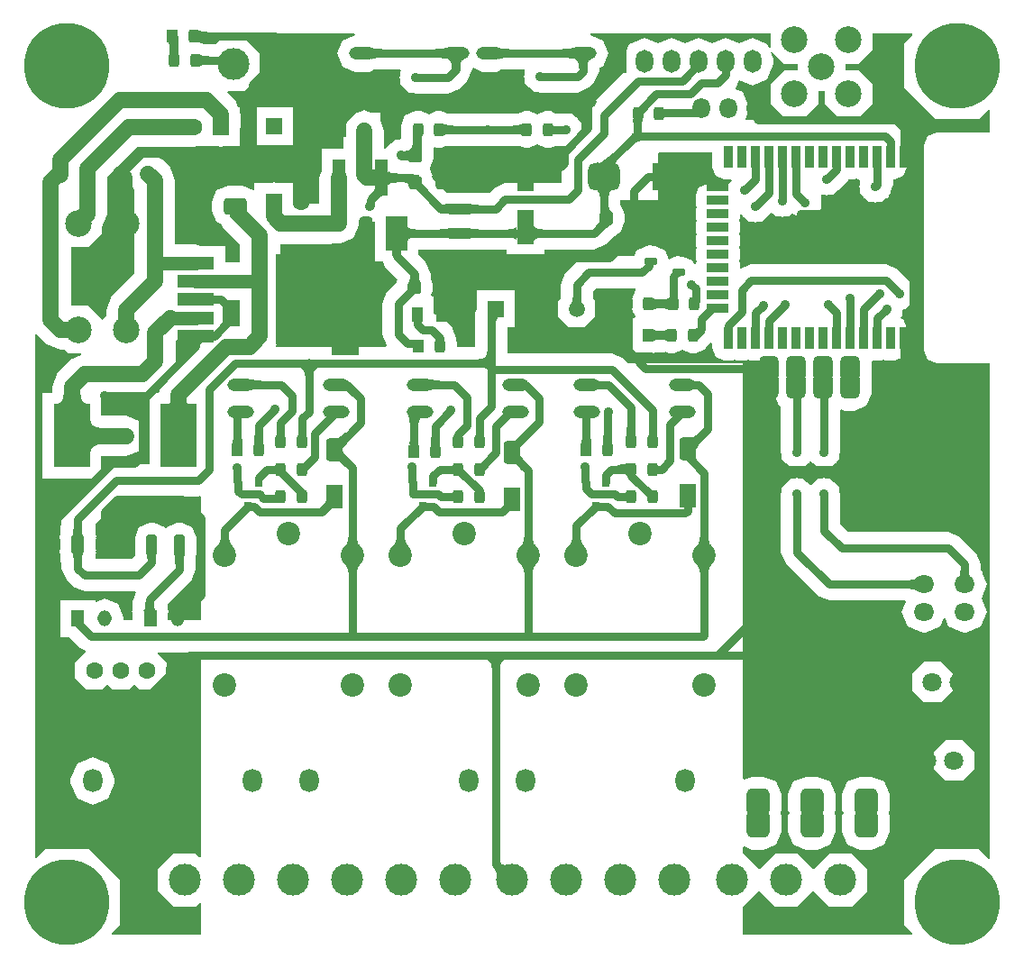
<source format=gtl>
G04*
G04 #@! TF.GenerationSoftware,Altium Limited,Altium Designer,21.2.1 (34)*
G04*
G04 Layer_Physical_Order=1*
G04 Layer_Color=255*
%FSTAX24Y24*%
%MOIN*%
G70*
G04*
G04 #@! TF.SameCoordinates,A1A6E38C-14B6-47A5-B441-A3D0562B644C*
G04*
G04*
G04 #@! TF.FilePolarity,Positive*
G04*
G01*
G75*
G04:AMPARAMS|DCode=20|XSize=39.4mil|YSize=47.2mil|CornerRadius=9.8mil|HoleSize=0mil|Usage=FLASHONLY|Rotation=180.000|XOffset=0mil|YOffset=0mil|HoleType=Round|Shape=RoundedRectangle|*
%AMROUNDEDRECTD20*
21,1,0.0394,0.0276,0,0,180.0*
21,1,0.0197,0.0472,0,0,180.0*
1,1,0.0197,-0.0098,0.0138*
1,1,0.0197,0.0098,0.0138*
1,1,0.0197,0.0098,-0.0138*
1,1,0.0197,-0.0098,-0.0138*
%
%ADD20ROUNDEDRECTD20*%
G04:AMPARAMS|DCode=21|XSize=27.6mil|YSize=47.2mil|CornerRadius=6.9mil|HoleSize=0mil|Usage=FLASHONLY|Rotation=270.000|XOffset=0mil|YOffset=0mil|HoleType=Round|Shape=RoundedRectangle|*
%AMROUNDEDRECTD21*
21,1,0.0276,0.0335,0,0,270.0*
21,1,0.0138,0.0472,0,0,270.0*
1,1,0.0138,-0.0167,-0.0069*
1,1,0.0138,-0.0167,0.0069*
1,1,0.0138,0.0167,0.0069*
1,1,0.0138,0.0167,-0.0069*
%
%ADD21ROUNDEDRECTD21*%
%ADD22R,0.0394X0.0472*%
G04:AMPARAMS|DCode=23|XSize=78.7mil|YSize=35.4mil|CornerRadius=1.8mil|HoleSize=0mil|Usage=FLASHONLY|Rotation=270.000|XOffset=0mil|YOffset=0mil|HoleType=Round|Shape=RoundedRectangle|*
%AMROUNDEDRECTD23*
21,1,0.0787,0.0319,0,0,270.0*
21,1,0.0752,0.0354,0,0,270.0*
1,1,0.0035,-0.0159,-0.0376*
1,1,0.0035,-0.0159,0.0376*
1,1,0.0035,0.0159,0.0376*
1,1,0.0035,0.0159,-0.0376*
%
%ADD23ROUNDEDRECTD23*%
G04:AMPARAMS|DCode=24|XSize=78.7mil|YSize=35.4mil|CornerRadius=1.8mil|HoleSize=0mil|Usage=FLASHONLY|Rotation=180.000|XOffset=0mil|YOffset=0mil|HoleType=Round|Shape=RoundedRectangle|*
%AMROUNDEDRECTD24*
21,1,0.0787,0.0319,0,0,180.0*
21,1,0.0752,0.0354,0,0,180.0*
1,1,0.0035,-0.0376,0.0159*
1,1,0.0035,0.0376,0.0159*
1,1,0.0035,0.0376,-0.0159*
1,1,0.0035,-0.0376,-0.0159*
%
%ADD24ROUNDEDRECTD24*%
G04:AMPARAMS|DCode=25|XSize=196.9mil|YSize=196.9mil|CornerRadius=9.8mil|HoleSize=0mil|Usage=FLASHONLY|Rotation=90.000|XOffset=0mil|YOffset=0mil|HoleType=Round|Shape=RoundedRectangle|*
%AMROUNDEDRECTD25*
21,1,0.1969,0.1772,0,0,90.0*
21,1,0.1772,0.1969,0,0,90.0*
1,1,0.0197,0.0886,0.0886*
1,1,0.0197,0.0886,-0.0886*
1,1,0.0197,-0.0886,-0.0886*
1,1,0.0197,-0.0886,0.0886*
%
%ADD25ROUNDEDRECTD25*%
%ADD26R,0.0630X0.1260*%
%ADD27O,0.0984X0.0472*%
G04:AMPARAMS|DCode=28|XSize=50mil|YSize=50mil|CornerRadius=12.5mil|HoleSize=0mil|Usage=FLASHONLY|Rotation=0.000|XOffset=0mil|YOffset=0mil|HoleType=Round|Shape=RoundedRectangle|*
%AMROUNDEDRECTD28*
21,1,0.0500,0.0250,0,0,0.0*
21,1,0.0250,0.0500,0,0,0.0*
1,1,0.0250,0.0125,-0.0125*
1,1,0.0250,-0.0125,-0.0125*
1,1,0.0250,-0.0125,0.0125*
1,1,0.0250,0.0125,0.0125*
%
%ADD28ROUNDEDRECTD28*%
G04:AMPARAMS|DCode=29|XSize=102.4mil|YSize=118.1mil|CornerRadius=25.6mil|HoleSize=0mil|Usage=FLASHONLY|Rotation=90.000|XOffset=0mil|YOffset=0mil|HoleType=Round|Shape=RoundedRectangle|*
%AMROUNDEDRECTD29*
21,1,0.1024,0.0669,0,0,90.0*
21,1,0.0512,0.1181,0,0,90.0*
1,1,0.0512,0.0335,0.0256*
1,1,0.0512,0.0335,-0.0256*
1,1,0.0512,-0.0335,-0.0256*
1,1,0.0512,-0.0335,0.0256*
%
%ADD29ROUNDEDRECTD29*%
%ADD30R,0.1181X0.1024*%
%ADD31O,0.0984X0.0472*%
%ADD32R,0.0394X0.0550*%
%ADD33R,0.0787X0.1299*%
%ADD34R,0.0787X0.0394*%
G04:AMPARAMS|DCode=35|XSize=39.4mil|YSize=78.7mil|CornerRadius=9.8mil|HoleSize=0mil|Usage=FLASHONLY|Rotation=0.000|XOffset=0mil|YOffset=0mil|HoleType=Round|Shape=RoundedRectangle|*
%AMROUNDEDRECTD35*
21,1,0.0394,0.0591,0,0,0.0*
21,1,0.0197,0.0787,0,0,0.0*
1,1,0.0197,0.0098,-0.0295*
1,1,0.0197,-0.0098,-0.0295*
1,1,0.0197,-0.0098,0.0295*
1,1,0.0197,0.0098,0.0295*
%
%ADD35ROUNDEDRECTD35*%
%ADD36R,0.0394X0.0512*%
%ADD37R,0.0512X0.1339*%
%ADD38R,0.2559X0.3346*%
%ADD39R,0.0984X0.4134*%
%ADD40R,0.1378X0.0472*%
%ADD41R,0.1378X0.2362*%
%ADD42R,0.0276X0.0354*%
%ADD43R,0.0630X0.0866*%
G04:AMPARAMS|DCode=44|XSize=63mil|YSize=86.6mil|CornerRadius=15.7mil|HoleSize=0mil|Usage=FLASHONLY|Rotation=180.000|XOffset=0mil|YOffset=0mil|HoleType=Round|Shape=RoundedRectangle|*
%AMROUNDEDRECTD44*
21,1,0.0630,0.0551,0,0,180.0*
21,1,0.0315,0.0866,0,0,180.0*
1,1,0.0315,-0.0157,0.0276*
1,1,0.0315,0.0157,0.0276*
1,1,0.0315,0.0157,-0.0276*
1,1,0.0315,-0.0157,-0.0276*
%
%ADD44ROUNDEDRECTD44*%
G04:AMPARAMS|DCode=45|XSize=63mil|YSize=86.6mil|CornerRadius=15.7mil|HoleSize=0mil|Usage=FLASHONLY|Rotation=90.000|XOffset=0mil|YOffset=0mil|HoleType=Round|Shape=RoundedRectangle|*
%AMROUNDEDRECTD45*
21,1,0.0630,0.0551,0,0,90.0*
21,1,0.0315,0.0866,0,0,90.0*
1,1,0.0315,0.0276,0.0157*
1,1,0.0315,0.0276,-0.0157*
1,1,0.0315,-0.0276,-0.0157*
1,1,0.0315,-0.0276,0.0157*
%
%ADD45ROUNDEDRECTD45*%
%ADD46R,0.0866X0.0630*%
%ADD94C,0.0591*%
%ADD95C,0.0315*%
%ADD96C,0.0512*%
%ADD97C,0.3150*%
%ADD98C,0.0709*%
%ADD99O,0.0750X0.0650*%
%ADD100O,0.0650X0.0750*%
%ADD101C,0.0984*%
%ADD102O,0.0650X0.0850*%
%ADD103R,0.0650X0.0850*%
%ADD104C,0.1181*%
%ADD105C,0.0866*%
G04:AMPARAMS|DCode=106|XSize=102.4mil|YSize=86.6mil|CornerRadius=21.7mil|HoleSize=0mil|Usage=FLASHONLY|Rotation=270.000|XOffset=0mil|YOffset=0mil|HoleType=Round|Shape=RoundedRectangle|*
%AMROUNDEDRECTD106*
21,1,0.1024,0.0433,0,0,270.0*
21,1,0.0591,0.0866,0,0,270.0*
1,1,0.0433,-0.0217,-0.0295*
1,1,0.0433,-0.0217,0.0295*
1,1,0.0433,0.0217,0.0295*
1,1,0.0433,0.0217,-0.0295*
%
%ADD106ROUNDEDRECTD106*%
G04:AMPARAMS|DCode=107|XSize=94.5mil|YSize=70.9mil|CornerRadius=17.7mil|HoleSize=0mil|Usage=FLASHONLY|Rotation=270.000|XOffset=0mil|YOffset=0mil|HoleType=Round|Shape=RoundedRectangle|*
%AMROUNDEDRECTD107*
21,1,0.0945,0.0354,0,0,270.0*
21,1,0.0591,0.0709,0,0,270.0*
1,1,0.0354,-0.0177,-0.0295*
1,1,0.0354,-0.0177,0.0295*
1,1,0.0354,0.0177,0.0295*
1,1,0.0354,0.0177,-0.0295*
%
%ADD107ROUNDEDRECTD107*%
%ADD108R,0.0512X0.0591*%
%ADD109O,0.0512X0.0591*%
%ADD110C,0.0630*%
%ADD111C,0.0354*%
%ADD112R,0.0630X0.0630*%
%ADD113C,0.0591*%
%ADD114R,0.0591X0.0591*%
%ADD115O,0.0709X0.0866*%
%ADD116C,0.0315*%
G36*
X016703Y043766D02*
X016729Y043753D01*
X016759Y043743D01*
X016791Y043733D01*
X016827Y043725D01*
X016866Y043719D01*
X016953Y04371D01*
X017001Y043708D01*
X017052Y043707D01*
Y043631D01*
X022487D01*
X022497Y043581D01*
X02203Y043388D01*
X02183Y042906D01*
X02203Y042423D01*
X022512Y042224D01*
X023024D01*
X023202Y042297D01*
X02325Y0423D01*
X023272Y042296D01*
X023284Y042299D01*
X023286Y042299D01*
X023293Y042302D01*
X023296Y042302D01*
X023298Y042303D01*
X023321Y042309D01*
X024186D01*
X024205Y042263D01*
X024179Y042236D01*
Y042062D01*
X024153Y042D01*
X024179Y041938D01*
Y041764D01*
X024302Y04164D01*
X024328Y041578D01*
X02439Y041552D01*
X024514Y041429D01*
X024688D01*
X02475Y041403D01*
X025933D01*
X026354Y041578D01*
X026654Y041878D01*
X026654Y041878D01*
X026829Y0423D01*
Y042329D01*
X026879Y042362D01*
X027212Y042224D01*
X027724D01*
X027902Y042297D01*
X02795Y0423D01*
X027972Y042296D01*
X027984Y042299D01*
X027986Y042299D01*
X027993Y042302D01*
X027996Y042302D01*
X027998Y042303D01*
X028021Y042309D01*
X02877D01*
X028779Y042286D01*
Y042112D01*
X028753Y04205D01*
X028779Y041988D01*
Y041814D01*
X028902Y04169D01*
X028928Y041628D01*
X02899Y041602D01*
X029114Y041479D01*
X029288D01*
X02935Y041453D01*
X030727D01*
X031149Y041628D01*
X031354Y041833D01*
X031529Y042255D01*
X031529Y042255D01*
Y042365D01*
X03167Y042423D01*
X03187Y042906D01*
X03167Y043388D01*
X031203Y043581D01*
X031213Y043631D01*
X037864D01*
Y043105D01*
X037814Y043095D01*
X03775Y04325D01*
X0372Y043478D01*
X0367Y043271D01*
X0362Y043478D01*
X0357Y043271D01*
X0352Y043478D01*
X0347Y043271D01*
X0342Y043478D01*
X0337Y043271D01*
X0332Y043478D01*
X03265Y04325D01*
X032422Y0427D01*
Y0425D01*
X032517Y04227D01*
X031278Y041031D01*
X031103Y040609D01*
Y040187D01*
X030923Y040007D01*
X030877Y040026D01*
Y040029D01*
X030903Y040091D01*
X030877Y040153D01*
Y040328D01*
X030754Y040451D01*
X030728Y040513D01*
X030666Y040539D01*
X030543Y040662D01*
X030368D01*
X030306Y040688D01*
X030302Y040686D01*
X02992D01*
X029742Y04076D01*
X029545D01*
X02925Y040638D01*
X028955Y04076D01*
X028758D01*
X028721Y040745D01*
X02872Y040745D01*
X028615Y040701D01*
X028556Y040693D01*
X028538Y040692D01*
X028524Y040693D01*
X02852Y040691D01*
X028517Y040691D01*
X028508Y040687D01*
X028504Y040686D01*
X025971D01*
X025967Y040687D01*
X025958Y040691D01*
X025955Y040691D01*
X025951Y040693D01*
X025937Y040692D01*
X025919Y040693D01*
X02586Y040701D01*
X025755Y040745D01*
X025754Y040745D01*
X025717Y04076D01*
X02552D01*
X025225Y040638D01*
X02493Y04076D01*
X024733D01*
X024356Y040604D01*
X0242Y040227D01*
Y039952D01*
X024204Y039942D01*
Y039738D01*
X024194Y039731D01*
X024132Y039706D01*
X023958D01*
X023835Y039582D01*
X023772Y039557D01*
X023747Y039495D01*
X023629Y039377D01*
X023579Y039384D01*
Y04005D01*
X023424Y040425D01*
Y0407D01*
X023065D01*
X022833Y040796D01*
X022601Y0407D01*
X022243D01*
Y040425D01*
X022087Y04005D01*
Y039363D01*
X021263D01*
Y038532D01*
X021167Y0383D01*
Y037346D01*
X020236D01*
Y03741D01*
X020199Y0375D01*
Y038119D01*
X01958D01*
X01949Y038156D01*
X0194Y038119D01*
X018781D01*
Y037876D01*
X018731Y037843D01*
X018342Y038004D01*
X017791D01*
X017369Y037829D01*
X017194Y037407D01*
Y037093D01*
X017369Y036671D01*
X017572Y036586D01*
X017619Y036474D01*
X018236Y035857D01*
Y035167D01*
X017695D01*
Y035763D01*
X016789D01*
X016612Y035836D01*
X015846D01*
Y0382D01*
X015691Y038573D01*
X015627Y038727D01*
X015377Y038977D01*
X01485Y039196D01*
X014323Y038977D01*
X014104Y03845D01*
X014323Y037923D01*
X014354Y037891D01*
Y0351D01*
Y034782D01*
X013509Y033936D01*
X01329Y033409D01*
Y033189D01*
X01315Y033048D01*
X012631Y033567D01*
X011996D01*
Y035733D01*
X012631D01*
X01315Y036252D01*
Y036482D01*
X013346Y036954D01*
Y03834D01*
X01445Y039444D01*
X016537D01*
X016538Y039444D01*
X016627Y039481D01*
X017448D01*
X017538Y039444D01*
X017627Y039481D01*
X018247D01*
Y0401D01*
X018284Y04019D01*
Y04065D01*
X018247Y04074D01*
Y040898D01*
X018181D01*
X018065Y041178D01*
X017773Y04147D01*
X017792Y041516D01*
X018408D01*
X018984Y042092D01*
Y042908D01*
X018408Y043484D01*
X017592D01*
X017355Y043247D01*
X016946D01*
X016942Y043248D01*
X016933Y043252D01*
X01693Y043252D01*
X016926Y043254D01*
X016912Y043253D01*
X016894Y043254D01*
X016835Y043262D01*
X01673Y043306D01*
X016729Y043305D01*
X016692Y04332D01*
X016495D01*
X016444Y043299D01*
X016403Y043327D01*
Y0435D01*
X016403Y0435D01*
X016366Y04359D01*
X016394Y043631D01*
X01668D01*
Y043779D01*
X016703Y043766D01*
D02*
G37*
G36*
X015954Y043312D02*
X015956Y043302D01*
X015958Y043287D01*
X015961Y043236D01*
X015962Y04318D01*
X015964D01*
X015964Y043122D01*
X01598Y042878D01*
X015985Y042855D01*
X01599Y042838D01*
X015996Y042826D01*
X015616D01*
X015622Y042838D01*
X015628Y042855D01*
X015633Y042878D01*
X015637Y042906D01*
X015644Y042977D01*
X015647Y043075D01*
X015641Y043161D01*
X015635Y043202D01*
X015627Y043236D01*
X015617Y043265D01*
X015606Y043287D01*
X015592Y043302D01*
X015577Y043312D01*
X015561Y043315D01*
X015952D01*
X015954Y043312D01*
D02*
G37*
G36*
X030586Y042687D02*
X030562Y042699D01*
X030534Y042709D01*
X030502Y042718D01*
X030468Y042726D01*
X030388Y042738D01*
X030343Y042743D01*
X030187Y042748D01*
Y043063D01*
X030242Y043064D01*
X030429Y043078D01*
X030468Y043085D01*
X030534Y043102D01*
X030562Y043112D01*
X030586Y043124D01*
Y042687D01*
D02*
G37*
G36*
X027838Y043112D02*
X027866Y043102D01*
X027898Y043093D01*
X027932Y043085D01*
X028012Y043073D01*
X028057Y043068D01*
X028213Y043063D01*
Y042748D01*
X028158Y042747D01*
X027971Y042733D01*
X027932Y042726D01*
X027866Y042709D01*
X027838Y042699D01*
X027814Y042687D01*
Y043124D01*
X027838Y043112D01*
D02*
G37*
G36*
X025886Y042687D02*
X025862Y042699D01*
X025834Y042709D01*
X025802Y042718D01*
X025768Y042726D01*
X025688Y042738D01*
X025643Y042743D01*
X025487Y042748D01*
Y043063D01*
X025542Y043064D01*
X025729Y043078D01*
X025768Y043085D01*
X025834Y043102D01*
X025862Y043112D01*
X025886Y043124D01*
Y042687D01*
D02*
G37*
G36*
X023138Y043112D02*
X023166Y043102D01*
X023198Y043093D01*
X023232Y043085D01*
X023312Y043073D01*
X023357Y043068D01*
X023513Y043063D01*
Y042748D01*
X023458Y042747D01*
X023271Y042733D01*
X023232Y042726D01*
X023166Y042709D01*
X023138Y042699D01*
X023114Y042687D01*
Y043124D01*
X023138Y043112D01*
D02*
G37*
G36*
X016753Y042866D02*
X016779Y042853D01*
X016809Y042843D01*
X016841Y042833D01*
X016877Y042825D01*
X016916Y042819D01*
X017003Y04281D01*
X017051Y042808D01*
X017102Y042807D01*
Y042493D01*
X017051Y042492D01*
X016916Y042481D01*
X016877Y042475D01*
X016841Y042467D01*
X016809Y042457D01*
X016779Y042446D01*
X016753Y042434D01*
X01673Y042421D01*
Y042879D01*
X016753Y042866D01*
D02*
G37*
G36*
X031217Y042676D02*
X03119Y042666D01*
X031167Y04265D01*
X031146Y042627D01*
X031129Y042598D01*
X031115Y042562D01*
X031104Y04252D01*
X031096Y042471D01*
X031091Y042416D01*
X03109Y042354D01*
X030775D01*
X030773Y042416D01*
X030769Y042471D01*
X030761Y04252D01*
X03075Y042562D01*
X030736Y042598D01*
X030718Y042627D01*
X030698Y04265D01*
X030674Y042666D01*
X030648Y042676D01*
X030618Y042679D01*
X031247D01*
X031217Y042676D01*
D02*
G37*
G36*
X026517D02*
X02649Y042666D01*
X026467Y04265D01*
X026446Y042627D01*
X026429Y042598D01*
X026415Y042562D01*
X026404Y04252D01*
X026396Y042471D01*
X026391Y042416D01*
X02639Y042354D01*
X026075D01*
X026073Y042416D01*
X026069Y042471D01*
X026061Y04252D01*
X02605Y042562D01*
X026036Y042598D01*
X026018Y042627D01*
X025998Y04265D01*
X025974Y042666D01*
X025948Y042676D01*
X025918Y042679D01*
X026547D01*
X026517Y042676D01*
D02*
G37*
G36*
X04312Y043585D02*
X042798Y043264D01*
Y041633D01*
X043952Y04048D01*
X045582D01*
X045935Y040833D01*
X045981Y040814D01*
Y039969D01*
X044D01*
X043669Y039831D01*
X043531Y0395D01*
Y0319D01*
X043669Y031569D01*
X044Y031431D01*
X045981D01*
Y013138D01*
X045935Y013119D01*
X045582Y013472D01*
X043952D01*
X042798Y012319D01*
Y010688D01*
X043122Y010365D01*
X043103Y010319D01*
X03685D01*
Y011344D01*
X036858D01*
X037421Y011908D01*
X03745Y011916D01*
X037479Y011908D01*
X038042Y011344D01*
X038858D01*
X039421Y011908D01*
X03945Y011916D01*
X039479Y011908D01*
X040042Y011344D01*
X040858D01*
X041434Y011921D01*
Y012736D01*
X040858Y013313D01*
X040042D01*
X039479Y01275D01*
X03945Y012741D01*
X039421Y01275D01*
X038858Y013313D01*
X038042D01*
X037479Y01275D01*
X03745Y012741D01*
X037421Y01275D01*
X036858Y013313D01*
X03685D01*
Y013537D01*
X036892Y013565D01*
X037183Y013444D01*
X037617D01*
X038084Y013638D01*
X038277Y014105D01*
Y014695D01*
X038234Y0148D01*
X038277Y014905D01*
Y015495D01*
X038084Y015962D01*
X037617Y016156D01*
X037183D01*
X036892Y016035D01*
X03685Y016063D01*
Y03145D01*
X032613D01*
X032442Y031622D01*
X03202Y031796D01*
X028147D01*
Y032761D01*
X028393D01*
Y034139D01*
X027015D01*
Y033445D01*
X026953Y033296D01*
Y032047D01*
X026275D01*
Y03222D01*
X02624Y032304D01*
Y032385D01*
X026066Y032807D01*
X026066Y032807D01*
X025763Y033109D01*
X025391Y033263D01*
X025391Y033265D01*
Y033919D01*
X025346D01*
X025318Y03396D01*
X025386Y034125D01*
Y034375D01*
X025309Y034561D01*
X025297Y034621D01*
Y03475D01*
X025122Y035172D01*
X025122Y035172D01*
X024824Y035469D01*
Y035653D01*
X025907D01*
X025967Y035628D01*
X026016Y035648D01*
X026042Y035643D01*
X026059Y035653D01*
X026661D01*
X026678Y035643D01*
X026704Y035648D01*
X026752Y035628D01*
X026813Y035653D01*
X028091D01*
Y035442D01*
X029509D01*
Y035653D01*
X03135D01*
X031772Y035828D01*
X032046Y036102D01*
X032051Y036107D01*
X032115Y036153D01*
X032131Y036163D01*
X032145Y03617D01*
X032166Y03618D01*
X032216Y036234D01*
X032322Y036278D01*
X032375Y036406D01*
X032387Y03642D01*
X032387Y036434D01*
X032486Y036675D01*
Y036925D01*
X032438Y037043D01*
X032438Y037045D01*
X032433Y037054D01*
X032436Y037065D01*
X032407Y037117D01*
X032322Y037322D01*
X032315Y037325D01*
Y037484D01*
X0337D01*
Y039216D01*
X033731Y039253D01*
X0357D01*
Y038689D01*
X03583Y038374D01*
X036145Y038244D01*
X036412D01*
X036417Y038239D01*
X036436Y038194D01*
X036329Y038086D01*
X036301Y038068D01*
X036287Y038073D01*
X035535D01*
X03522Y037943D01*
X03509Y037628D01*
Y037309D01*
X035127Y037219D01*
X03509Y037128D01*
Y036809D01*
X035127Y036719D01*
X03509Y036628D01*
Y036309D01*
X035127Y036219D01*
X03509Y036128D01*
Y035809D01*
X035127Y035719D01*
X03509Y035628D01*
Y035309D01*
X035127Y035219D01*
X03509Y035128D01*
Y035112D01*
X035041Y035103D01*
X034988Y035229D01*
X034634Y035376D01*
X034532D01*
X034467Y035403D01*
X034408D01*
X034343Y035376D01*
X0343D01*
X034101Y035293D01*
X033965Y035623D01*
X033611Y035769D01*
X033508D01*
X033443Y035796D01*
X033384D01*
X033384Y035796D01*
X033319Y035769D01*
X033276D01*
X032922Y035623D01*
X032828Y035397D01*
X03115D01*
X030728Y035222D01*
X030728Y035222D01*
X030274Y034768D01*
X030099Y034346D01*
Y033828D01*
X030007Y033735D01*
Y033165D01*
X030411Y032761D01*
X030981D01*
X031385Y033165D01*
Y033735D01*
X031293Y033828D01*
Y034099D01*
X031397Y034203D01*
X032866D01*
X032876Y034154D01*
X032874Y034153D01*
X032791Y033954D01*
X032758D01*
Y033875D01*
X032718Y033777D01*
Y033501D01*
X032733Y033463D01*
X032751D01*
X032745Y033451D01*
X032742Y033442D01*
X032758Y033403D01*
Y033324D01*
X032791D01*
X032858Y033162D01*
X032825Y033112D01*
X032758D01*
Y032797D01*
Y032497D01*
X032752Y032482D01*
X032758Y032468D01*
Y032167D01*
Y031852D01*
X033424D01*
X033455Y03183D01*
X033501Y031839D01*
X033545Y031821D01*
X033602Y031845D01*
X033617Y031841D01*
X033634Y031852D01*
X033939D01*
X033939Y031852D01*
X033989Y031862D01*
X034075Y031827D01*
X034076Y031827D01*
X034113Y031812D01*
X03431D01*
X034605Y031934D01*
X0349Y031812D01*
X035097D01*
X035474Y031968D01*
X035513Y032061D01*
X035654Y032202D01*
X0357Y032183D01*
Y031996D01*
X03583Y031681D01*
X036145Y031551D01*
X036464D01*
X036555Y031588D01*
X036645Y031551D01*
X036964D01*
X037055Y031588D01*
X037145Y031551D01*
X037448D01*
X037449Y031565D01*
Y031551D01*
X037464D01*
X037555Y031588D01*
X037645Y031551D01*
X037959D01*
X037965Y03155D01*
X038005Y031514D01*
Y030955D01*
X038017Y030925D01*
X038005Y030895D01*
Y030305D01*
X038186Y029868D01*
X038253Y02984D01*
Y02815D01*
X038279Y028088D01*
Y027914D01*
X038402Y02779D01*
X038428Y027728D01*
X03849Y027702D01*
X038614Y027579D01*
X038788D01*
X03885Y027553D01*
X038912Y027579D01*
X039086D01*
X03921Y027702D01*
X039272Y027728D01*
X039298Y02779D01*
X03935Y027843D01*
X039402Y02779D01*
X039428Y027728D01*
X03949Y027702D01*
X039614Y027579D01*
X039788D01*
X03985Y027553D01*
X039912Y027579D01*
X040086D01*
X04021Y027702D01*
X040272Y027728D01*
X040298Y02779D01*
X040421Y027914D01*
Y028088D01*
X040447Y02815D01*
Y029715D01*
X040488Y029743D01*
X040623Y029687D01*
X040977D01*
X041414Y029868D01*
X041595Y030305D01*
Y030895D01*
X041583Y030925D01*
X041595Y030955D01*
Y031517D01*
X041642Y031552D01*
X041645Y031551D01*
X041964D01*
X042055Y031588D01*
X042145Y031551D01*
X042464D01*
X042779Y031681D01*
X042909Y031996D01*
Y032748D01*
X042779Y033063D01*
X042689Y0331D01*
X042679Y033149D01*
X04275Y03322D01*
Y033395D01*
X042773Y033451D01*
X042865D01*
X042988Y033574D01*
X04305Y0336D01*
X043076Y033662D01*
X043199Y033785D01*
Y033959D01*
X043225Y034022D01*
X043199Y034084D01*
Y034258D01*
X043076Y034381D01*
X04305Y034443D01*
X042572Y034922D01*
X04215Y035097D01*
X03715D01*
X03715Y035097D01*
X036774Y034941D01*
X036732Y034969D01*
Y035128D01*
X036695Y035219D01*
X036732Y035309D01*
Y035628D01*
X036695Y035719D01*
X036732Y035809D01*
Y036128D01*
X036695Y036219D01*
X036732Y036309D01*
Y036628D01*
X036695Y036719D01*
X036732Y036809D01*
Y036945D01*
X036778Y036964D01*
X036852Y03689D01*
X036878Y036828D01*
X03694Y036802D01*
X037064Y036679D01*
X037238D01*
X0373Y036653D01*
X037362Y036679D01*
X037536D01*
X03766Y036802D01*
X037722Y036828D01*
X037902Y037009D01*
X03794Y036993D01*
X038064Y03687D01*
X038238D01*
X0383Y036844D01*
X038362Y03687D01*
X038536D01*
X03866Y036993D01*
X038675Y036999D01*
X03872Y036955D01*
X03872Y036955D01*
X038831Y036909D01*
X038919Y036821D01*
X039044D01*
X039141Y036781D01*
X039239Y036821D01*
X039392D01*
X039501Y03693D01*
X039563Y036955D01*
X039578Y03697D01*
X039604Y037032D01*
X039727Y037155D01*
Y03733D01*
X039753Y037392D01*
X039727Y037454D01*
Y037628D01*
X039726Y037629D01*
X039747Y037679D01*
X039888D01*
X03995Y037653D01*
X040012Y037679D01*
X040186D01*
X04031Y037802D01*
X040372Y037828D01*
X040727Y038183D01*
X040752Y038244D01*
X040964D01*
X041055Y038281D01*
X041134Y038248D01*
X04117Y038215D01*
Y03804D01*
X041144Y037978D01*
X04117Y037916D01*
Y037742D01*
X041293Y037618D01*
X041319Y037556D01*
X041381Y037531D01*
X041504Y037407D01*
X041679D01*
X041741Y037382D01*
X041803Y037407D01*
X041977D01*
X0421Y037531D01*
X042163Y037556D01*
X042227Y03762D01*
X042252Y037682D01*
X042312Y037742D01*
Y037826D01*
X042401Y038042D01*
Y038244D01*
X042464D01*
X042779Y038374D01*
X042909Y038689D01*
Y039441D01*
X042901Y039461D01*
Y039645D01*
X042901Y039645D01*
X042727Y040067D01*
X042522Y040272D01*
X0421Y040447D01*
X041697D01*
X036972Y040447D01*
X036944Y040488D01*
X03708Y040815D01*
Y040915D01*
X036852Y041465D01*
X03658Y041577D01*
X03657Y041626D01*
X036622Y041678D01*
X036722Y04192D01*
X0372Y041722D01*
X03775Y04195D01*
X037978Y0425D01*
Y0427D01*
X037873Y042954D01*
X037915Y042982D01*
X038383Y042514D01*
X038864D01*
Y042286D01*
X038383D01*
X037864Y041767D01*
Y041033D01*
X038383Y040514D01*
X039117D01*
X039636Y041033D01*
Y041514D01*
X039864D01*
Y041033D01*
X040383Y040514D01*
X041117D01*
X041636Y041033D01*
Y041767D01*
X041117Y042286D01*
X040636D01*
Y042514D01*
X041117D01*
X041636Y043033D01*
Y043631D01*
X043101D01*
X04312Y043585D01*
D02*
G37*
G36*
X033148Y040478D02*
X033141Y040458D01*
X033135Y040434D01*
X033129Y040405D01*
X033121Y040333D01*
X033115Y040242D01*
X033114Y040132D01*
X032799Y040145D01*
X032799Y040205D01*
X03278Y040484D01*
X032776Y040493D01*
X033156D01*
X033148Y040478D01*
D02*
G37*
G36*
X02872Y03986D02*
X028697Y039874D01*
X028671Y039886D01*
X028641Y039897D01*
X028609Y039906D01*
X028573Y039914D01*
X028534Y03992D01*
X028447Y039929D01*
X028399Y039931D01*
X028348Y039932D01*
Y040247D01*
X028399Y040248D01*
X028534Y040258D01*
X028573Y040265D01*
X028609Y040273D01*
X028641Y040282D01*
X028671Y040293D01*
X028697Y040305D01*
X02872Y040319D01*
Y03986D01*
D02*
G37*
G36*
X025778Y040305D02*
X025804Y040293D01*
X025834Y040282D01*
X025866Y040273D01*
X025902Y040265D01*
X025941Y040258D01*
X026028Y04025D01*
X026076Y040248D01*
X026127Y040247D01*
Y039932D01*
X026076Y039931D01*
X025941Y03992D01*
X025902Y039914D01*
X025866Y039906D01*
X025834Y039897D01*
X025804Y039886D01*
X025778Y039874D01*
X025755Y03986D01*
Y040319D01*
X025778Y040305D01*
D02*
G37*
G36*
X025009Y039893D02*
X024999Y039869D01*
X024989Y039841D01*
X024981Y039809D01*
X024974Y039774D01*
X024964Y039693D01*
X024961Y039646D01*
X024958Y039543D01*
X024958Y039543D01*
X024958Y039314D01*
X024538Y039338D01*
Y038893D01*
X024516Y038908D01*
X024493Y03892D01*
X024466Y038932D01*
X024437Y038942D01*
X024405Y03895D01*
X02437Y038957D01*
X024332Y038962D01*
X024249Y038968D01*
X024203Y038969D01*
Y039284D01*
X024249Y039285D01*
X024332Y039291D01*
X02437Y039296D01*
X024405Y039303D01*
X024437Y039311D01*
X024466Y039321D01*
X024493Y039332D01*
X024516Y039345D01*
X024524Y03935D01*
X024537Y039361D01*
X024559Y039386D01*
X024579Y039414D01*
X024596Y039444D01*
X02461Y039478D01*
X024622Y039515D01*
X024632Y039554D01*
X024638Y039597D01*
X024642Y039643D01*
X024643Y039672D01*
X024641Y039914D01*
X025021D01*
X025009Y039893D01*
D02*
G37*
G36*
X033239Y039693D02*
X033177Y03969D01*
X033116Y039684D01*
X033058Y039672D01*
X033001Y039657D01*
X032947Y039637D01*
X032894Y039612D01*
X032843Y039583D01*
X032794Y03955D01*
X032746Y039512D01*
X032701Y03947D01*
X032858Y03985D01*
X033239Y039693D01*
D02*
G37*
G36*
X029545Y039419D02*
X029742D01*
X02992Y039493D01*
X030304D01*
X030371Y03952D01*
X030371D01*
X030391Y039474D01*
X030328Y039412D01*
X030153Y03899D01*
Y038097D01*
X030153Y038097D01*
X02805D01*
X02805Y038097D01*
X027628Y037922D01*
X027628Y037922D01*
X027458Y037752D01*
X026813D01*
X026752Y037777D01*
X026704Y037757D01*
X026678Y037763D01*
X026661Y037752D01*
X026052D01*
X026032Y037765D01*
X02601Y037759D01*
X025967Y037777D01*
X025913Y037755D01*
X025389Y038279D01*
X02535Y038372D01*
X025357Y038387D01*
X025321Y038496D01*
X025323Y038512D01*
X025311Y038528D01*
X025285Y038658D01*
X025272Y038666D01*
X025411Y039001D01*
Y039251D01*
X025397Y039285D01*
Y039425D01*
X025439Y039453D01*
X02552Y039419D01*
X025717D01*
X025754Y039434D01*
X025755Y039434D01*
X02586Y039477D01*
X025919Y039486D01*
X025937Y039486D01*
X025951Y039486D01*
X025955Y039487D01*
X025958Y039487D01*
X025967Y039492D01*
X025971Y039493D01*
X028504D01*
X028508Y039492D01*
X028517Y039487D01*
X02852Y039487D01*
X028524Y039486D01*
X028538Y039486D01*
X028556Y039486D01*
X028615Y039477D01*
X02872Y039434D01*
X028721Y039434D01*
X028758Y039419D01*
X028955D01*
X02925Y039541D01*
X029545Y039419D01*
D02*
G37*
G36*
X032312Y039081D02*
X032261Y039028D01*
X03222Y03898D01*
X032188Y038937D01*
X032166Y038899D01*
X032154Y038867D01*
X032151Y03884D01*
X032158Y038818D01*
X032174Y038801D01*
X032201Y038789D01*
X032236Y038783D01*
X031425Y038861D01*
X031466Y038859D01*
X031507Y038863D01*
X03155Y038873D01*
X031593Y038887D01*
X031637Y038907D01*
X031682Y038932D01*
X031728Y038962D01*
X031775Y038998D01*
X031822Y039039D01*
X03187Y039085D01*
X032312Y039081D01*
D02*
G37*
G36*
X023744Y038585D02*
X023754Y038558D01*
X023769Y038535D01*
X023791Y038514D01*
X02382Y038497D01*
X023855Y038483D01*
X023896Y038472D01*
X023916Y038468D01*
X023948Y038466D01*
X024217Y038458D01*
X024328Y038457D01*
Y038457D01*
X024415Y038456D01*
X024932Y038418D01*
X024911Y038404D01*
X024849Y038388D01*
X024745Y038369D01*
X0246Y038348D01*
X024476Y037985D01*
X024483Y038015D01*
X024481Y038042D01*
X02447Y038065D01*
X024451Y038086D01*
X024424Y038103D01*
X024388Y038117D01*
X024344Y038128D01*
X024291Y038136D01*
X02423Y038141D01*
X024208Y038141D01*
X023856Y038118D01*
X023855Y038117D01*
X02382Y038103D01*
X023791Y038086D01*
X023769Y038065D01*
X023754Y038042D01*
X023744Y038015D01*
X023741Y037985D01*
Y03811D01*
X023738Y03811D01*
X023712Y038101D01*
X023705Y038097D01*
X023694Y038079D01*
X023682Y038057D01*
X023672Y038035D01*
X023664Y038012D01*
X023657Y037988D01*
X023652Y037964D01*
X023648Y037939D01*
X023646Y037913D01*
X023645Y037887D01*
X02333D01*
X023329Y037913D01*
X023327Y037939D01*
X023323Y037964D01*
X023318Y037988D01*
X023311Y038012D01*
X023302Y038035D01*
X023292Y038057D01*
X023281Y038079D01*
X023268Y0381D01*
X023253Y03812D01*
X023696D01*
Y038509D01*
X023712Y038499D01*
X023738Y03849D01*
X023741Y03849D01*
Y038615D01*
X023744Y038585D01*
D02*
G37*
G36*
X023538Y037632D02*
X023527Y037637D01*
X023512Y037636D01*
X023493Y037629D01*
X023469Y037616D01*
X023441Y037597D01*
X023408Y037572D01*
X023329Y037503D01*
X023233Y037409D01*
X02301Y037632D01*
X02306Y037682D01*
X023198Y03784D01*
X023217Y037868D01*
X02323Y037892D01*
X023237Y037912D01*
X023238Y037927D01*
X023233Y037937D01*
X023538Y037632D01*
D02*
G37*
G36*
X032004Y037836D02*
X031977Y037827D01*
X031954Y037811D01*
X031933Y037789D01*
X031916Y03776D01*
X031902Y037726D01*
X031891Y037684D01*
X031883Y037637D01*
X031878Y037583D01*
X031876Y037523D01*
X031561D01*
X03156Y037583D01*
X031555Y037637D01*
X031547Y037684D01*
X031536Y037726D01*
X031522Y03776D01*
X031505Y037789D01*
X031484Y037811D01*
X031461Y037827D01*
X031434Y037836D01*
X031404Y037839D01*
X032034D01*
X032004Y037836D01*
D02*
G37*
G36*
X026755Y037344D02*
X026765Y037337D01*
X026781Y037332D01*
X026803Y037327D01*
X026831Y037323D01*
X026907Y037316D01*
X027067Y037313D01*
Y036998D01*
X027007Y036998D01*
X026803Y036984D01*
X026781Y036979D01*
X026765Y036974D01*
X026755Y036967D01*
X026752Y03696D01*
Y037351D01*
X026755Y037344D01*
D02*
G37*
G36*
X025967Y03696D02*
X025964Y036967D01*
X025955Y036974D01*
X02594Y036979D01*
X025919Y036984D01*
X025892Y036988D01*
X025821Y036995D01*
X025725Y036998D01*
X025668Y036998D01*
Y037313D01*
X025725Y037313D01*
X025919Y037327D01*
X02594Y037332D01*
X025955Y037337D01*
X025964Y037344D01*
X025967Y037351D01*
Y03696D01*
D02*
G37*
G36*
X031878Y037317D02*
X031882Y037272D01*
X031889Y03723D01*
X031898Y03719D01*
X031911Y037154D01*
X031926Y03712D01*
X031943Y037089D01*
X031964Y037061D01*
X031987Y037036D01*
X032013Y037013D01*
X031554Y036957D01*
X031556Y036964D01*
X031557Y036976D01*
X03156Y037049D01*
X031561Y037289D01*
X031876Y037365D01*
X031878Y037317D01*
D02*
G37*
G36*
X012895Y037274D02*
X012749Y036704D01*
X012252Y03711D01*
X012262Y037114D01*
X012271Y037123D01*
X012279Y037137D01*
X012286Y037158D01*
X012292Y037185D01*
X012296Y037217D01*
X012303Y037299D01*
X012305Y037404D01*
X012895Y037274D01*
D02*
G37*
G36*
X031987Y036567D02*
X031953Y036551D01*
X031916Y036531D01*
X031877Y036506D01*
X031792Y036445D01*
X031747Y036408D01*
X031596Y036273D01*
X031542Y036219D01*
X031328Y03645D01*
X031393Y036518D01*
X031495Y036637D01*
X031531Y03669D01*
X031559Y036737D01*
X031576Y036779D01*
X031584Y036816D01*
X031583Y036847D01*
X031572Y036874D01*
X031551Y036896D01*
X031987Y036567D01*
D02*
G37*
G36*
X026755Y036438D02*
X026765Y036432D01*
X026781Y036426D01*
X026803Y036421D01*
X026831Y036417D01*
X026907Y036411D01*
X027067Y036407D01*
Y036093D01*
X027007Y036092D01*
X026803Y036079D01*
X026781Y036074D01*
X026765Y036068D01*
X026755Y036062D01*
X026752Y036054D01*
Y036446D01*
X026755Y036438D01*
D02*
G37*
G36*
X025967Y036054D02*
X025964Y036062D01*
X025955Y036068D01*
X025939Y036074D01*
X025917Y036079D01*
X025889Y036083D01*
X025813Y036089D01*
X025652Y036093D01*
Y036407D01*
X025712Y036408D01*
X025917Y036421D01*
X025939Y036426D01*
X025955Y036432D01*
X025964Y036438D01*
X025967Y036446D01*
Y036054D01*
D02*
G37*
G36*
X029117Y036535D02*
X029126Y036508D01*
X029142Y036485D01*
X029164Y036464D01*
X029193Y036447D01*
X029227Y036433D01*
X029268Y036422D01*
X029315Y036414D01*
X029369Y036409D01*
X029429Y036407D01*
Y036093D01*
X029369Y036091D01*
X029315Y036086D01*
X029268Y036078D01*
X029227Y036067D01*
X029193Y036053D01*
X029164Y036036D01*
X029142Y036015D01*
X029126Y035992D01*
X029117Y035965D01*
X029114Y035935D01*
Y036565D01*
X029117Y036535D01*
D02*
G37*
G36*
X028487Y035935D02*
X028484Y035965D01*
X028475Y035992D01*
X028459Y036015D01*
X028437Y036036D01*
X028408Y036053D01*
X028374Y036067D01*
X028333Y036078D01*
X028285Y036086D01*
X028231Y036091D01*
X028171Y036093D01*
Y036407D01*
X028231Y036409D01*
X028285Y036414D01*
X028333Y036422D01*
X028374Y036433D01*
X028408Y036447D01*
X028437Y036464D01*
X028459Y036485D01*
X028475Y036508D01*
X028484Y036535D01*
X028487Y036565D01*
Y035935D01*
D02*
G37*
G36*
X024431Y036535D02*
X024441Y036508D01*
X024457Y036485D01*
X024479Y036464D01*
X024507Y036447D01*
X024542Y036433D01*
X024583Y036422D01*
X024631Y036414D01*
X024684Y036409D01*
X024744Y036407D01*
Y036093D01*
X024684Y036091D01*
X024631Y036086D01*
X024583Y036078D01*
X024542Y036067D01*
X024507Y036053D01*
X024479Y036036D01*
X024457Y036015D01*
X024441Y035992D01*
X024431Y035965D01*
X024428Y035935D01*
Y036565D01*
X024431Y036535D01*
D02*
G37*
G36*
X02422Y035601D02*
X024214Y035595D01*
X02421Y035586D01*
X024206Y035572D01*
X024202Y035555D01*
X024199Y035534D01*
X024196Y035481D01*
X024194Y035413D01*
X02388D01*
X023879Y035449D01*
X023872Y035555D01*
X023868Y035572D01*
X023864Y035586D01*
X02386Y035595D01*
X023854Y035601D01*
X023848Y035603D01*
X024226D01*
X02422Y035601D01*
D02*
G37*
G36*
X024858Y034708D02*
X024864Y034632D01*
X02487Y034597D01*
X024876Y034565D01*
X024885Y034535D01*
X024895Y034507D01*
X024906Y034481D01*
X024919Y034458D01*
X024933Y034437D01*
X024467D01*
X024481Y034458D01*
X024494Y034481D01*
X024505Y034507D01*
X024515Y034535D01*
X024524Y034565D01*
X02453Y034597D01*
X024536Y034632D01*
X024542Y034708D01*
X024543Y03475D01*
X024857D01*
X024858Y034708D01*
D02*
G37*
G36*
X034125Y03341D02*
X034102Y033423D01*
X034076Y033435D01*
X034046Y033446D01*
X034014Y033456D01*
X033978Y033463D01*
X033939Y03347D01*
X033852Y033479D01*
X033805Y033481D01*
X033671Y03347D01*
X033632Y033463D01*
X033596Y033456D01*
X033564Y033446D01*
X033535Y033435D01*
X033508Y033423D01*
X033485Y03341D01*
Y033868D01*
X033508Y033855D01*
X033535Y033842D01*
X033564Y033832D01*
X033596Y033822D01*
X033632Y033814D01*
X033671Y033808D01*
X033758Y033799D01*
X033805Y033797D01*
X033939Y033808D01*
X033978Y033814D01*
X034014Y033822D01*
X034046Y033832D01*
X034076Y033842D01*
X034102Y033855D01*
X034125Y033868D01*
Y03341D01*
D02*
G37*
G36*
X030854Y033845D02*
X030858Y033787D01*
X030861Y033762D01*
X030866Y033739D01*
X030871Y033719D01*
X030878Y033701D01*
X030885Y033685D01*
X030893Y033672D01*
X030903Y033661D01*
X030489D01*
X030499Y033672D01*
X030507Y033685D01*
X030514Y033701D01*
X030521Y033719D01*
X030526Y033739D01*
X030531Y033762D01*
X030534Y033787D01*
X030538Y033845D01*
X030539Y033877D01*
X030854D01*
X030854Y033845D01*
D02*
G37*
G36*
X027835Y033153D02*
X027808Y033143D01*
X027785Y033128D01*
X027764Y033106D01*
X027747Y033077D01*
X027733Y033043D01*
X027722Y033002D01*
X027714Y032954D01*
X027709Y032901D01*
X027707Y032841D01*
X027393D01*
X02741Y033156D01*
X027865D01*
X027835Y033153D01*
D02*
G37*
G36*
X018236Y032805D02*
X017741D01*
X017737Y032803D01*
X017695Y032831D01*
Y033755D01*
X017743Y033761D01*
X018236D01*
Y032805D01*
D02*
G37*
G36*
X035424Y032593D02*
X035195Y032356D01*
X035097Y032719D01*
X035099Y03272D01*
X035103Y032723D01*
X035109Y032727D01*
X035137Y032753D01*
X035201Y032816D01*
X035424Y032593D01*
D02*
G37*
G36*
X033548Y032702D02*
X033557Y032689D01*
X033573Y032678D01*
X033595Y032668D01*
X033623Y032659D01*
X033658Y032652D01*
X033699Y032647D01*
X033774Y032642D01*
X033889Y032651D01*
X033928Y032658D01*
X033964Y032666D01*
X033996Y032675D01*
X034026Y032686D01*
X034052Y032698D01*
X034075Y032712D01*
Y032253D01*
X034052Y032266D01*
X034026Y032279D01*
X033996Y032289D01*
X033964Y032299D01*
X033928Y032307D01*
X033889Y032313D01*
X033802Y032322D01*
X033784Y032323D01*
X033658Y032312D01*
X033623Y032305D01*
X033595Y032297D01*
X033573Y032287D01*
X033557Y032275D01*
X033548Y032262D01*
X033545Y032247D01*
Y032717D01*
X033548Y032702D01*
D02*
G37*
G36*
X022814Y036679D02*
X022988D01*
X02305Y036653D01*
X023112Y036679D01*
X02325D01*
Y035207D01*
X023526D01*
X023615Y034991D01*
X024077Y034529D01*
X024036Y03443D01*
X023678Y034072D01*
X023503Y03365D01*
Y0325D01*
X02367Y032097D01*
X023644Y032047D01*
X019613D01*
X019585Y032088D01*
X019728Y032432D01*
Y03445D01*
Y035839D01*
X01975Y035854D01*
X0219D01*
X022427Y036073D01*
X02244Y036085D01*
X022658Y036613D01*
Y036764D01*
X022708Y036784D01*
X022814Y036679D01*
D02*
G37*
G36*
X027707Y03145D02*
X027393Y0312D01*
X027389Y031217D01*
X02738Y031233D01*
X027364Y031247D01*
X027342Y031259D01*
X027314Y031269D01*
X027279Y031278D01*
X027238Y031284D01*
X027137Y031292D01*
X027078Y031293D01*
Y031607D01*
X027137Y031611D01*
X027191Y03162D01*
X027238Y031636D01*
X027279Y031658D01*
X027314Y031686D01*
X027342Y031721D01*
X027364Y031762D01*
X02738Y031809D01*
X027389Y031863D01*
X027393Y031922D01*
X027707Y03145D01*
D02*
G37*
G36*
X017076Y032449D02*
X015749Y031122D01*
X015708Y03115D01*
X015863Y031525D01*
Y032269D01*
X016017Y032422D01*
X016612D01*
X016789Y032496D01*
X017057D01*
X017076Y032449D01*
D02*
G37*
G36*
X021272Y031293D02*
X021213Y031289D01*
X021159Y03128D01*
X021112Y031264D01*
X021071Y031242D01*
X021036Y031214D01*
X021008Y031179D01*
X020986Y031138D01*
X02097Y031091D01*
X020961Y031037D01*
X020957Y030978D01*
X020643D01*
X020639Y031037D01*
X02063Y031091D01*
X020614Y031138D01*
X020592Y031179D01*
X020564Y031214D01*
X020529Y031242D01*
X020488Y031264D01*
X020441Y03128D01*
X020387Y031289D01*
X020328Y031293D01*
X0208Y031607D01*
X021272Y031293D01*
D02*
G37*
G36*
X025273Y030857D02*
X025301Y030846D01*
X025332Y030837D01*
X025367Y030829D01*
X025447Y030817D01*
X025492Y030813D01*
X025648Y030807D01*
Y030493D01*
X025592Y030492D01*
X025405Y030477D01*
X025367Y030471D01*
X025301Y030454D01*
X025273Y030443D01*
X025248Y030432D01*
Y030868D01*
X025273Y030857D01*
D02*
G37*
G36*
X018649Y030857D02*
X018677Y030846D01*
X018708Y030837D01*
X018743Y030829D01*
X018823Y030817D01*
X018868Y030813D01*
X019024Y030807D01*
Y030493D01*
X018969Y030492D01*
X018781Y030477D01*
X018743Y030471D01*
X018677Y030454D01*
X018649Y030443D01*
X018625Y030432D01*
Y030868D01*
X018649Y030857D01*
D02*
G37*
G36*
X022305Y030742D02*
X02232Y030731D01*
X022342Y030712D01*
X022452Y030611D01*
X022625Y03044D01*
X022404Y030216D01*
X022343Y030274D01*
X022235Y030365D01*
X022187Y030398D01*
X022143Y030422D01*
X022103Y030437D01*
X022067Y030445D01*
X022035Y030443D01*
X022007Y030433D01*
X021983Y030415D01*
X022296Y03074D01*
X022297Y030745D01*
X022305Y030742D01*
D02*
G37*
G36*
X016269Y030224D02*
X016282Y030027D01*
X016288Y029995D01*
X016296Y02997D01*
X016304Y029953D01*
X016314Y029942D01*
X016324Y029938D01*
X015621D01*
X015632Y029942D01*
X015642Y029953D01*
X01565Y02997D01*
X015657Y029995D01*
X015663Y030027D01*
X015669Y030065D01*
X015675Y030164D01*
X015678Y030291D01*
X016268D01*
X016269Y030224D01*
D02*
G37*
G36*
X012334Y030418D02*
X012343Y030317D01*
X012358Y030228D01*
X012378Y030151D01*
X012405Y030086D01*
X012437Y030033D01*
X012476Y029992D01*
X01252Y029962D01*
X01257Y029944D01*
X012626Y029938D01*
X011445D01*
X011501Y029944D01*
X011552Y029962D01*
X011596Y029992D01*
X011634Y030033D01*
X011667Y030086D01*
X011693Y030151D01*
X011714Y030228D01*
X011729Y030317D01*
X011738Y030418D01*
X011741Y03053D01*
X012331D01*
X012334Y030418D01*
D02*
G37*
G36*
X025Y029415D02*
X02497Y029417D01*
X024943Y029412D01*
X02492Y029399D01*
X024899Y029379D01*
X024882Y029351D01*
X024868Y029315D01*
X024857Y029273D01*
X024849Y029222D01*
X024844Y029164D01*
X024843Y029099D01*
X024528Y029132D01*
X024527Y029188D01*
X024515Y029334D01*
X024508Y029375D01*
X0245Y029412D01*
X02449Y029444D01*
X024478Y029473D01*
X024465Y029498D01*
X02445Y029519D01*
X025Y029415D01*
D02*
G37*
G36*
X032864Y029022D02*
X03288Y028778D01*
X032885Y028755D01*
X03289Y028738D01*
X032896Y028726D01*
X032516D01*
X032522Y028738D01*
X032528Y028755D01*
X032533Y028778D01*
X032537Y028806D01*
X032544Y028877D01*
X032548Y029022D01*
X032549Y02908D01*
X032864D01*
X032864Y029022D01*
D02*
G37*
G36*
X035338Y028565D02*
X035281Y028506D01*
X035191Y028399D01*
X035157Y028349D01*
X035131Y028303D01*
X035113Y02826D01*
X035102Y02822D01*
X035098Y028184D01*
X035102Y02815D01*
X035114Y02812D01*
X034804Y028698D01*
X034822Y028674D01*
X034846Y02866D01*
X034875Y028657D01*
X03491Y028663D01*
X034951Y028679D01*
X034997Y028705D01*
X035049Y028741D01*
X035106Y028788D01*
X035237Y02891D01*
X035338Y028565D01*
D02*
G37*
G36*
X022262Y028566D02*
X022204Y028507D01*
X022113Y028398D01*
X022079Y028348D01*
X022053Y028302D01*
X022035Y028259D01*
X022032Y028251D01*
X022035Y028243D01*
X022053Y0282D01*
X022079Y028154D01*
X022113Y028104D01*
X022155Y028051D01*
X022204Y027995D01*
X022262Y027936D01*
X02215Y027602D01*
X022081Y027669D01*
X02196Y027772D01*
X021908Y027808D01*
X021862Y027835D01*
X021821Y027852D01*
X021785Y027858D01*
X021755Y027855D01*
X021731Y027842D01*
X021712Y027819D01*
X021962Y028251D01*
X021712Y028683D01*
X021731Y02866D01*
X021755Y028647D01*
X021785Y028644D01*
X021821Y02865D01*
X021862Y028667D01*
X021908Y028694D01*
X02196Y02873D01*
X022018Y028777D01*
X02215Y0289D01*
X022262Y028566D01*
D02*
G37*
G36*
X031214Y02874D02*
X031228Y028535D01*
X031232Y028513D01*
X031238Y028498D01*
X031245Y028488D01*
X031252Y028485D01*
X030861D01*
X030868Y028488D01*
X030874Y028498D01*
X03088Y028513D01*
X030885Y028535D01*
X030889Y028564D01*
X030895Y028639D01*
X030899Y0288D01*
X031214D01*
X031214Y02874D01*
D02*
G37*
G36*
X018314D02*
X018328Y028535D01*
X018332Y028513D01*
X018338Y028498D01*
X018345Y028488D01*
X018352Y028485D01*
X017961D01*
X017968Y028488D01*
X017974Y028498D01*
X01798Y028513D01*
X017985Y028535D01*
X017989Y028564D01*
X017995Y028639D01*
X017999Y0288D01*
X018314D01*
X018314Y02874D01*
D02*
G37*
G36*
X024843Y028682D02*
X024856Y028477D01*
X024861Y028455D01*
X024867Y028439D01*
X024873Y02843D01*
X024881Y028427D01*
X024489D01*
X024497Y02843D01*
X024503Y028439D01*
X024509Y028455D01*
X024514Y028477D01*
X024518Y028505D01*
X024524Y028581D01*
X024528Y028742D01*
X024843D01*
X024843Y028682D01*
D02*
G37*
G36*
X032002Y028722D02*
X032017Y028478D01*
X032022Y028455D01*
X032028Y028438D01*
X032034Y028426D01*
X031654D01*
X03166Y028438D01*
X031665Y028455D01*
X03167Y028478D01*
X031675Y028506D01*
X031681Y028577D01*
X031686Y028722D01*
X031686Y02878D01*
X032001D01*
X032002Y028722D01*
D02*
G37*
G36*
X019102D02*
X019117Y028478D01*
X019122Y028455D01*
X019128Y028438D01*
X019134Y028426D01*
X018754D01*
X01876Y028438D01*
X018765Y028455D01*
X01877Y028478D01*
X018775Y028506D01*
X018781Y028577D01*
X018786Y028722D01*
X018786Y02878D01*
X019101D01*
X019102Y028722D01*
D02*
G37*
G36*
X02563Y028663D02*
X025646Y02842D01*
X025651Y028397D01*
X025656Y02838D01*
X025662Y028367D01*
X025282D01*
X025289Y02838D01*
X025294Y028397D01*
X025299Y02842D01*
X025303Y028447D01*
X02531Y028518D01*
X025315Y028663D01*
X025315Y028722D01*
X02563D01*
X02563Y028663D01*
D02*
G37*
G36*
X012728Y029284D02*
X012746Y029234D01*
X012776Y02919D01*
X012817Y029152D01*
X01287Y029119D01*
X012935Y029093D01*
X013012Y029072D01*
X013101Y029057D01*
X013202Y029048D01*
X013314Y029045D01*
Y028455D01*
X013202Y028452D01*
X013101Y028443D01*
X013012Y028428D01*
X012935Y028407D01*
X01287Y028381D01*
X012817Y028348D01*
X012776Y02831D01*
X012746Y028266D01*
X012728Y028216D01*
X012722Y028159D01*
Y029341D01*
X012728Y029284D01*
D02*
G37*
G36*
X028595Y028208D02*
X028589Y028176D01*
X028591Y028141D01*
X028601Y028102D01*
X028619Y028059D01*
X028646Y028013D01*
X02868Y027963D01*
X028723Y027909D01*
X028774Y027851D01*
X028833Y02779D01*
X028686Y027492D01*
X028618Y027558D01*
X028498Y02766D01*
X028445Y027697D01*
X028398Y027724D01*
X028356Y027742D01*
X02832Y027749D01*
X028289Y027747D01*
X028262Y027736D01*
X028241Y027715D01*
X028609Y028235D01*
X028595Y028208D01*
D02*
G37*
G36*
X015383Y030666D02*
X015245Y030335D01*
X01489D01*
Y027697D01*
X013659D01*
X013237Y027522D01*
X013165Y027449D01*
X013119Y027468D01*
Y028004D01*
X01405D01*
X014577Y028223D01*
X014796Y02875D01*
X014577Y029277D01*
X01405Y029496D01*
X013119D01*
Y030304D01*
X014642D01*
X015169Y030523D01*
X015341Y030694D01*
X015383Y030666D01*
D02*
G37*
G36*
X03257Y027296D02*
X032547Y027309D01*
X032521Y027322D01*
X032491Y027332D01*
X032459Y027342D01*
X032423Y02735D01*
X032384Y027356D01*
X032297Y027365D01*
X032249Y027367D01*
X032198Y027368D01*
Y027682D01*
X032249Y027683D01*
X032384Y027694D01*
X032423Y0277D01*
X032459Y027708D01*
X032491Y027718D01*
X032521Y027729D01*
X032547Y027741D01*
X03257Y027754D01*
Y027296D01*
D02*
G37*
G36*
X021684Y026088D02*
X021677Y02609D01*
X021665Y026087D01*
X021649Y026078D01*
X021628Y026064D01*
X021603Y026045D01*
X021539Y025989D01*
X02141Y025864D01*
X021187Y026087D01*
X021234Y026134D01*
X021402Y026326D01*
X02141Y026342D01*
X021414Y026353D01*
X021411Y026361D01*
X021684Y026088D01*
D02*
G37*
G36*
X012408Y025299D02*
X012416Y025198D01*
X012423Y025157D01*
X012432Y025123D01*
X012442Y025094D01*
X012455Y025072D01*
X01247Y025057D01*
X012486Y025047D01*
X012505Y025044D01*
X011995D01*
X012014Y025047D01*
X01203Y025057D01*
X012045Y025072D01*
X012058Y025094D01*
X012068Y025123D01*
X012077Y025157D01*
X012084Y025198D01*
X012089Y025246D01*
X012093Y025359D01*
X012407D01*
X012408Y025299D01*
D02*
G37*
G36*
X035571Y02498D02*
X035576Y024939D01*
X035583Y024901D01*
X035593Y024863D01*
X035606Y024827D01*
X035622Y024792D01*
X035641Y024759D01*
X035663Y024727D01*
X035688Y024696D01*
X035715Y024667D01*
X035109D01*
X035137Y024696D01*
X035161Y024727D01*
X035183Y024759D01*
X035202Y024792D01*
X035218Y024827D01*
X035231Y024863D01*
X035242Y024901D01*
X035249Y024939D01*
X035253Y02498D01*
X035255Y025021D01*
X03557D01*
X035571Y02498D01*
D02*
G37*
G36*
X030847D02*
X030851Y024939D01*
X030858Y024901D01*
X030869Y024863D01*
X030882Y024827D01*
X030898Y024792D01*
X030917Y024759D01*
X030939Y024727D01*
X030963Y024696D01*
X030991Y024667D01*
X030385D01*
X030412Y024696D01*
X030437Y024727D01*
X030459Y024759D01*
X030478Y024792D01*
X030494Y024827D01*
X030507Y024863D01*
X030517Y024901D01*
X030524Y024939D01*
X030529Y02498D01*
X03053Y025021D01*
X030845D01*
X030847Y02498D01*
D02*
G37*
G36*
X029071D02*
X029076Y024939D01*
X029083Y024901D01*
X029093Y024863D01*
X029106Y024827D01*
X029122Y024792D01*
X029141Y024759D01*
X029163Y024727D01*
X029188Y024696D01*
X029215Y024667D01*
X028609D01*
X028637Y024696D01*
X028661Y024727D01*
X028683Y024759D01*
X028702Y024792D01*
X028718Y024827D01*
X028731Y024863D01*
X028742Y024901D01*
X028749Y024939D01*
X028753Y02498D01*
X028755Y025021D01*
X02907D01*
X029071Y02498D01*
D02*
G37*
G36*
X024347D02*
X024351Y024939D01*
X024358Y024901D01*
X024369Y024863D01*
X024382Y024827D01*
X024398Y024792D01*
X024417Y024759D01*
X024439Y024727D01*
X024463Y024696D01*
X024491Y024667D01*
X023885D01*
X023912Y024696D01*
X023937Y024727D01*
X023959Y024759D01*
X023978Y024792D01*
X023994Y024827D01*
X024007Y024863D01*
X024017Y024901D01*
X024024Y024939D01*
X024029Y02498D01*
X02403Y025021D01*
X024345D01*
X024347Y02498D01*
D02*
G37*
G36*
X022571D02*
X022576Y024939D01*
X022583Y024901D01*
X022593Y024863D01*
X022606Y024827D01*
X022622Y024792D01*
X022641Y024759D01*
X022663Y024727D01*
X022688Y024696D01*
X022715Y024667D01*
X022109D01*
X022137Y024696D01*
X022162Y024727D01*
X022183Y024759D01*
X022202Y024792D01*
X022218Y024827D01*
X022231Y024863D01*
X022242Y024901D01*
X022249Y024939D01*
X022253Y02498D01*
X022255Y025021D01*
X02257D01*
X022571Y02498D01*
D02*
G37*
G36*
X017847D02*
X017851Y024939D01*
X017858Y024901D01*
X017869Y024863D01*
X017882Y024827D01*
X017898Y024792D01*
X017917Y024759D01*
X017939Y024727D01*
X017963Y024696D01*
X017991Y024667D01*
X017385D01*
X017412Y024696D01*
X017437Y024727D01*
X017459Y024759D01*
X017478Y024792D01*
X017494Y024827D01*
X017507Y024863D01*
X017517Y024901D01*
X017524Y024939D01*
X017529Y02498D01*
X01753Y025021D01*
X017845D01*
X017847Y02498D01*
D02*
G37*
G36*
X012486Y024453D02*
X01247Y024443D01*
X012455Y024428D01*
X012442Y024406D01*
X012432Y024377D01*
X012423Y024343D01*
X012416Y024302D01*
X012411Y024254D01*
X012407Y024141D01*
X012093D01*
X012092Y024201D01*
X012084Y024302D01*
X012077Y024343D01*
X012068Y024377D01*
X012058Y024406D01*
X012045Y024428D01*
X01203Y024443D01*
X012014Y024453D01*
X011995Y024456D01*
X012505D01*
X012486Y024453D01*
D02*
G37*
G36*
X015155Y024331D02*
X015153Y024322D01*
X015151Y024309D01*
X015148Y024269D01*
X015146Y024088D01*
X014831D01*
X01482Y024335D01*
X015157D01*
X015155Y024331D01*
D02*
G37*
G36*
X016196Y024354D02*
X01619Y024337D01*
X016185Y024314D01*
X016181Y024287D01*
X016174Y024216D01*
X01617Y024071D01*
X016169Y024012D01*
X015854D01*
X015854Y024071D01*
X015838Y024314D01*
X015834Y024337D01*
X015828Y024354D01*
X015822Y024367D01*
X016202D01*
X016196Y024354D01*
D02*
G37*
G36*
X035688Y024019D02*
X035663Y023989D01*
X035641Y023957D01*
X035622Y023923D01*
X035606Y023889D01*
X035593Y023853D01*
X035583Y023815D01*
X035576Y023776D01*
X035571Y023736D01*
X03557Y023695D01*
X035255D01*
X035253Y023736D01*
X035249Y023776D01*
X035242Y023815D01*
X035231Y023853D01*
X035218Y023889D01*
X035202Y023923D01*
X035183Y023957D01*
X035161Y023989D01*
X035137Y024019D01*
X035109Y024049D01*
X035715D01*
X035688Y024019D01*
D02*
G37*
G36*
X029188D02*
X029163Y023989D01*
X029141Y023957D01*
X029122Y023923D01*
X029106Y023889D01*
X029093Y023853D01*
X029083Y023815D01*
X029076Y023776D01*
X029071Y023736D01*
X02907Y023695D01*
X028755D01*
X028753Y023736D01*
X028749Y023776D01*
X028742Y023815D01*
X028731Y023853D01*
X028718Y023889D01*
X028702Y023923D01*
X028683Y023957D01*
X028661Y023989D01*
X028637Y024019D01*
X028609Y024049D01*
X029215D01*
X029188Y024019D01*
D02*
G37*
G36*
X022688D02*
X022663Y023989D01*
X022641Y023957D01*
X022622Y023923D01*
X022606Y023889D01*
X022593Y023853D01*
X022583Y023815D01*
X022576Y023776D01*
X022571Y023736D01*
X02257Y023695D01*
X022255D01*
X022253Y023736D01*
X022249Y023776D01*
X022242Y023815D01*
X022231Y023853D01*
X022218Y023889D01*
X022202Y023923D01*
X022183Y023957D01*
X022162Y023989D01*
X022137Y024019D01*
X022109Y024049D01*
X022715D01*
X022688Y024019D01*
D02*
G37*
G36*
X015059Y022546D02*
X015069Y022445D01*
X015078Y022404D01*
X01509Y022369D01*
X015104Y022341D01*
X015121Y022319D01*
X01514Y022303D01*
X015162Y022294D01*
X015186Y022291D01*
X014677D01*
X014689Y022294D01*
X014701Y022303D01*
X01471Y022319D01*
X014719Y022341D01*
X014726Y022369D01*
X014732Y022404D01*
X014737Y022445D01*
X014742Y022546D01*
X014743Y022606D01*
X015057D01*
X015059Y022546D01*
D02*
G37*
G36*
X0168Y0265D02*
Y021932D01*
X015581D01*
Y022188D01*
X015609Y022236D01*
X015601Y022264D01*
X015613Y022291D01*
X015581Y022366D01*
Y022538D01*
X016434Y02339D01*
X016608Y023812D01*
Y02432D01*
X016628Y024367D01*
X016628Y024368D01*
X016643Y024405D01*
Y024995D01*
X016487Y025372D01*
X01611Y025528D01*
X015913D01*
X015537Y025372D01*
X015525Y025344D01*
X015475D01*
X015463Y025372D01*
X015087Y025528D01*
X01489D01*
X014513Y025372D01*
X014357Y024995D01*
Y024405D01*
X014388Y024331D01*
X014253Y024197D01*
X0129D01*
Y024381D01*
X012931Y024456D01*
X012916Y024491D01*
X012925Y024528D01*
X0129Y024568D01*
Y024932D01*
X012925Y024972D01*
X012916Y025009D01*
X012931Y025044D01*
X0129Y025119D01*
Y025439D01*
X0129D01*
X012892Y025489D01*
X013906Y026503D01*
X0167D01*
X016758Y026528D01*
X0168Y0265D01*
D02*
G37*
G36*
X010723Y032523D02*
X011091Y032154D01*
X011618Y031936D01*
X011757D01*
X011897Y031796D01*
X012376D01*
X012386Y031747D01*
X011977Y031577D01*
X011509Y031109D01*
X01129Y030581D01*
Y030335D01*
X010953D01*
Y027185D01*
X012835D01*
X012854Y027139D01*
X011828Y026113D01*
X011653Y025691D01*
Y025439D01*
X0116D01*
Y025119D01*
X011569Y025044D01*
X011584Y025009D01*
X011575Y024972D01*
X0116Y024932D01*
Y024568D01*
X011575Y024528D01*
X011584Y024491D01*
X011569Y024456D01*
X0116Y024381D01*
Y024061D01*
X011653D01*
Y02385D01*
X011828Y023428D01*
X012078Y023178D01*
X012078Y023178D01*
X0125Y023003D01*
X014384D01*
X014412Y022962D01*
X014303Y0227D01*
Y022685D01*
X014282D01*
Y022366D01*
X014275Y022348D01*
X014265Y022329D01*
X014266Y022326D01*
X014251Y022291D01*
X014272Y02224D01*
X014264Y022186D01*
X014282Y022162D01*
Y021932D01*
X01397D01*
X013953Y021957D01*
Y022036D01*
X013747Y022533D01*
X01325Y022739D01*
X012941Y022611D01*
X0129Y022639D01*
Y022685D01*
X0116D01*
Y021308D01*
X011934D01*
X012328Y020913D01*
X012546Y020823D01*
X012553Y020766D01*
X012154Y020367D01*
Y01978D01*
X012569Y019365D01*
X013156D01*
X013352Y019561D01*
X013548Y019365D01*
X014135D01*
X014331Y019561D01*
X014527Y019365D01*
X015114D01*
X015529Y01978D01*
Y020367D01*
X015204Y020692D01*
X015223Y020739D01*
X0168D01*
Y013186D01*
X016754Y013167D01*
X016608Y013313D01*
X015792D01*
X015216Y012736D01*
Y011921D01*
X015792Y011344D01*
X016608D01*
X016754Y011491D01*
X0168Y011471D01*
Y010319D01*
X013518D01*
X013499Y010365D01*
X013822Y010688D01*
Y012319D01*
X012669Y013472D01*
X011038D01*
X010715Y013149D01*
X010669Y013168D01*
Y032525D01*
X010718Y032534D01*
X010723Y032523D01*
D02*
G37*
G36*
X028183Y020493D02*
X028123Y020489D01*
X02807Y02048D01*
X028023Y020464D01*
X027982Y020442D01*
X027947Y020414D01*
X027919Y020379D01*
X027897Y020338D01*
X027881Y020291D01*
X027871Y020237D01*
X027868Y020178D01*
X027553D01*
X02755Y020237D01*
X027541Y020291D01*
X027525Y020338D01*
X027503Y020379D01*
X027475Y020414D01*
X02744Y020442D01*
X027399Y020464D01*
X027352Y02048D01*
X027298Y020489D01*
X027238Y020493D01*
X027711Y02065D01*
X028183Y020493D01*
D02*
G37*
G36*
X027857Y012997D02*
X02789Y012968D01*
X027923Y012944D01*
X027956Y012924D01*
X027987Y012909D01*
X028018Y012898D01*
X028048Y012891D01*
X028077Y012888D01*
X028106Y01289D01*
X028134Y012895D01*
X027733Y012495D01*
X027739Y012523D01*
X027741Y012551D01*
X027738Y012581D01*
X027731Y012611D01*
X02772Y012642D01*
X027704Y012673D01*
X027685Y012705D01*
X02766Y012738D01*
X027632Y012772D01*
X027599Y012807D01*
X027822Y013029D01*
X027857Y012997D01*
D02*
G37*
%LPC*%
G36*
X020199Y040919D02*
X018781D01*
Y039501D01*
X020199D01*
Y040919D01*
D02*
G37*
G36*
X03985Y027197D02*
X039788Y027171D01*
X039614D01*
X03949Y027048D01*
X039428Y027022D01*
X039402Y02696D01*
X03935Y026907D01*
X039298Y02696D01*
X039272Y027022D01*
X03921Y027048D01*
X039086Y027171D01*
X038912D01*
X03885Y027197D01*
X038788Y027171D01*
X038614D01*
X03849Y027048D01*
X038428Y027022D01*
X038402Y02696D01*
X038279Y026836D01*
Y026662D01*
X038253Y0266D01*
Y02445D01*
X038428Y024028D01*
X039618Y022838D01*
X04004Y022663D01*
X042848D01*
X042876Y022622D01*
X042722Y02225D01*
X04295Y0217D01*
X0435Y021472D01*
X0436D01*
X04415Y0217D01*
X044275Y022002D01*
X044325D01*
X04445Y0217D01*
X045Y021472D01*
X0451D01*
X04565Y0217D01*
X045878Y02225D01*
X045669Y022755D01*
X045878Y02326D01*
X045722Y023635D01*
X045706Y023701D01*
X045692Y02371D01*
X04565Y02381D01*
X045647Y023812D01*
Y024D01*
X045472Y024422D01*
X044872Y025022D01*
X04445Y025197D01*
X040747D01*
X040447Y025497D01*
Y0266D01*
X040421Y026662D01*
Y026836D01*
X040298Y02696D01*
X040272Y027022D01*
X04021Y027048D01*
X040086Y027171D01*
X039912D01*
X03985Y027197D01*
D02*
G37*
G36*
X04416Y020398D02*
X04354D01*
X043102Y01996D01*
Y01934D01*
X04354Y018902D01*
X04416D01*
X044598Y01934D01*
Y01996D01*
X04416Y020398D01*
D02*
G37*
G36*
X04496Y017498D02*
X04434D01*
X043902Y01706D01*
Y01644D01*
X04434Y016002D01*
X04496D01*
X045398Y01644D01*
Y01706D01*
X04496Y017498D01*
D02*
G37*
G36*
X041617Y016156D02*
X041183D01*
X040716Y015962D01*
X040523Y015495D01*
Y014905D01*
X040566Y0148D01*
X040523Y014695D01*
Y014105D01*
X040716Y013638D01*
X041183Y013444D01*
X041617D01*
X042084Y013638D01*
X042277Y014105D01*
Y014695D01*
X042234Y0148D01*
X042277Y014905D01*
Y015495D01*
X042084Y015962D01*
X041617Y016156D01*
D02*
G37*
G36*
X039617D02*
X039183D01*
X038716Y015962D01*
X038523Y015495D01*
Y014905D01*
X038566Y0148D01*
X038523Y014695D01*
Y014105D01*
X038716Y013638D01*
X039183Y013444D01*
X039617D01*
X040084Y013638D01*
X040277Y014105D01*
Y014695D01*
X040234Y0148D01*
X040277Y014905D01*
Y015495D01*
X040084Y015962D01*
X039617Y016156D01*
D02*
G37*
%LPD*%
G36*
X045209Y023798D02*
X045222Y023659D01*
X045233Y023603D01*
X045247Y023555D01*
X045264Y023516D01*
X045284Y023486D01*
X045308Y023464D01*
X045334Y023451D01*
X045364Y023447D01*
X044736D01*
X044766Y023451D01*
X044792Y023464D01*
X044816Y023486D01*
X044836Y023516D01*
X044853Y023555D01*
X044867Y023603D01*
X044878Y023659D01*
X044886Y023725D01*
X044891Y023798D01*
X044893Y023881D01*
X045207D01*
X045209Y023798D01*
D02*
G37*
G36*
X043319Y022989D02*
X04329Y023011D01*
X043258Y02303D01*
X043224Y023047D01*
X043186Y023062D01*
X043146Y023074D01*
X043103Y023084D01*
X043057Y023092D01*
X043008Y023098D01*
X042902Y023103D01*
Y023417D01*
X042957Y023419D01*
X043057Y023428D01*
X043103Y023436D01*
X043146Y023446D01*
X043186Y023458D01*
X043224Y023473D01*
X043258Y02349D01*
X04329Y023509D01*
X043319Y023531D01*
Y022989D01*
D02*
G37*
%LPC*%
G36*
X012797Y016888D02*
X012225Y016651D01*
X011988Y016079D01*
Y015921D01*
X012225Y015349D01*
X012797Y015112D01*
X01337Y015349D01*
X013607Y015921D01*
Y016079D01*
X01337Y016651D01*
X012797Y016888D01*
D02*
G37*
%LPD*%
D20*
X032966Y040669D02*
D03*
X033754D02*
D03*
X033349Y033639D02*
D03*
X032561D02*
D03*
X034261D02*
D03*
X035049D02*
D03*
X032561Y032482D02*
D03*
X034999D02*
D03*
X034211D02*
D03*
X029644Y040089D02*
D03*
X028856D02*
D03*
X024831D02*
D03*
X025619D02*
D03*
X025644Y032083D02*
D03*
X026306Y0265D02*
D03*
X027094D02*
D03*
X026306Y02855D02*
D03*
X027094D02*
D03*
X026306Y027525D02*
D03*
X027094D02*
D03*
X025472Y028192D02*
D03*
X019756Y02855D02*
D03*
X020544D02*
D03*
X019756Y027525D02*
D03*
X020544D02*
D03*
X016544Y04355D02*
D03*
X032706Y0265D02*
D03*
X033494D02*
D03*
X032706Y02855D02*
D03*
X033494D02*
D03*
X018944Y02825D02*
D03*
X031844D02*
D03*
X016594Y04265D02*
D03*
X015806D02*
D03*
X033494Y027525D02*
D03*
X032706D02*
D03*
X020544Y0265D02*
D03*
X019756D02*
D03*
D21*
X033443Y0352D02*
D03*
X034467Y035593D02*
D03*
Y034806D02*
D03*
D22*
X033349Y032482D02*
D03*
X024856Y032083D02*
D03*
X024685Y028192D02*
D03*
X015756Y04355D02*
D03*
X018156Y02825D02*
D03*
X031056D02*
D03*
D23*
X042805Y032372D02*
D03*
X042305D02*
D03*
X041805D02*
D03*
X041305D02*
D03*
X040805D02*
D03*
X040305D02*
D03*
X039805D02*
D03*
X039305D02*
D03*
X038805D02*
D03*
X038305D02*
D03*
X037805D02*
D03*
X037305D02*
D03*
X036805D02*
D03*
X036305D02*
D03*
Y039065D02*
D03*
X036805D02*
D03*
X037305D02*
D03*
X037805D02*
D03*
X038305D02*
D03*
X038805D02*
D03*
X039305D02*
D03*
X039805D02*
D03*
X040305D02*
D03*
X040805D02*
D03*
X041305D02*
D03*
X041805D02*
D03*
X042305D02*
D03*
X042805D02*
D03*
D24*
X035911Y033469D02*
D03*
Y033969D02*
D03*
Y034469D02*
D03*
Y034969D02*
D03*
Y035469D02*
D03*
Y035969D02*
D03*
Y036469D02*
D03*
Y036969D02*
D03*
Y037469D02*
D03*
Y037969D02*
D03*
D25*
X039852Y036112D02*
D03*
D26*
X0288Y036466D02*
D03*
Y038434D02*
D03*
D27*
X034622Y02965D02*
D03*
Y03065D02*
D03*
X031078Y02965D02*
D03*
Y03065D02*
D03*
X028446Y02965D02*
D03*
Y03065D02*
D03*
X024902Y02965D02*
D03*
Y03065D02*
D03*
X021822Y02965D02*
D03*
Y03065D02*
D03*
X018278Y02965D02*
D03*
Y03065D02*
D03*
D28*
X025725Y039126D02*
D03*
X024725D02*
D03*
X0328Y0368D02*
D03*
X0318D02*
D03*
X0257Y03425D02*
D03*
X0247D02*
D03*
X025725Y038098D02*
D03*
X024725D02*
D03*
X0219Y0366D02*
D03*
X0229D02*
D03*
X01485Y03845D02*
D03*
X01385D02*
D03*
X0116Y0384D02*
D03*
X0126D02*
D03*
D29*
X031719Y03835D02*
D03*
D30*
X034081D02*
D03*
D31*
X022768Y042906D02*
D03*
Y041094D02*
D03*
X026232Y042906D02*
D03*
Y041094D02*
D03*
X027468Y042906D02*
D03*
Y041094D02*
D03*
X030932Y042906D02*
D03*
Y041094D02*
D03*
D32*
X0248Y03325D02*
D03*
X0257D02*
D03*
D33*
X024037Y03625D02*
D03*
D34*
X02636Y037156D02*
D03*
Y03625D02*
D03*
Y035344D02*
D03*
D35*
X016012Y0247D02*
D03*
X014988D02*
D03*
D36*
X022833Y04005D02*
D03*
X021967D02*
D03*
D37*
X023487Y0383D02*
D03*
X021913D02*
D03*
D38*
X020855Y033795D02*
D03*
D39*
X022134D02*
D03*
D40*
X016612Y032456D02*
D03*
Y033125D02*
D03*
Y033795D02*
D03*
Y034464D02*
D03*
Y035133D02*
D03*
D41*
X012036Y02876D02*
D03*
X015973D02*
D03*
D42*
X018176Y027053D02*
D03*
X018924D02*
D03*
X01855Y026147D02*
D03*
X031026Y027053D02*
D03*
X031774D02*
D03*
X0314Y026147D02*
D03*
X024626Y027053D02*
D03*
X025374D02*
D03*
X025Y026147D02*
D03*
D43*
X021724Y026519D02*
D03*
X028295Y026415D02*
D03*
X0348Y026534D02*
D03*
D44*
X021724Y028251D02*
D03*
X028295Y028147D02*
D03*
X0348Y028266D02*
D03*
D45*
X018066Y03725D02*
D03*
D46*
X016334D02*
D03*
D94*
X0116Y0384D02*
Y038967D01*
X013803Y04117D02*
X017018D01*
X0116Y038967D02*
X013803Y04117D01*
X012046Y02875D02*
X01405D01*
X01385Y03845D02*
X013986Y038314D01*
Y036669D02*
X014036Y036618D01*
X013986Y036669D02*
Y038314D01*
X018982Y03445D02*
Y036165D01*
Y032432D02*
Y03445D01*
X015973Y030291D02*
X017741Y032059D01*
X018609D02*
X018982Y032432D01*
X017741Y032059D02*
X018609D01*
X018146Y037001D02*
Y03723D01*
Y037001D02*
X018982Y036165D01*
X018126Y03725D02*
X018146Y03723D01*
X018066Y03725D02*
X018126D01*
X015973Y02876D02*
Y030291D01*
X022833Y038417D02*
Y04005D01*
Y038417D02*
X02295Y0383D01*
X023487D01*
X021913Y036613D02*
Y0383D01*
X0219Y0366D02*
X021913Y036613D01*
X01975Y0366D02*
X0219D01*
X01949Y03686D02*
X01975Y0366D01*
X01949Y03686D02*
Y03741D01*
X02049Y04021D02*
Y04201D01*
Y03741D02*
Y04021D01*
X02Y0425D02*
X02049Y04201D01*
X012036Y02876D02*
X012046Y02875D01*
X0126Y038649D02*
X014141Y04019D01*
X0126Y0384D02*
Y038649D01*
X014141Y04019D02*
X016537D01*
X017018Y04117D02*
X017538Y04065D01*
Y04019D02*
Y04065D01*
X016537Y04019D02*
X016538Y04019D01*
X014036Y032682D02*
Y033409D01*
X0151Y034473D02*
Y0351D01*
X014036Y033409D02*
X0151Y034473D01*
X015117Y031525D02*
Y032578D01*
X012504Y03105D02*
X014642D01*
X015117Y031525D01*
Y032578D02*
X015665Y033125D01*
X012036Y02876D02*
Y030581D01*
X012504Y03105D01*
X0151Y0351D02*
Y0382D01*
Y0351D02*
X015133Y035133D01*
X01485Y03845D02*
X0151Y0382D01*
X020199Y03445D02*
X020855Y033795D01*
X019975Y033895D02*
X020755D01*
X020855Y033795D01*
X01125Y038151D02*
X011499Y0384D01*
X0116D01*
X01125Y03305D02*
Y038151D01*
X011618Y032682D02*
X012264D01*
X01125Y03305D02*
X011618Y032682D01*
X0126Y036954D02*
Y0384D01*
X012264Y036618D02*
X0126Y036954D01*
D95*
X0359Y02065D02*
X042D01*
X0426Y02005D01*
Y0178D02*
Y02005D01*
Y0178D02*
X04365Y01675D01*
X0388Y0306D02*
X03885Y03055D01*
Y02815D02*
Y03055D01*
X0398Y0306D02*
X03985Y03055D01*
Y02815D02*
Y03055D01*
Y02525D02*
Y0266D01*
Y02525D02*
X0405Y0246D01*
X04445D01*
X04505Y024D01*
Y02326D02*
Y024D01*
X03885Y02445D02*
Y0266D01*
Y02445D02*
X04004Y02326D01*
X04355D01*
X042074Y027499D02*
X042805Y02823D01*
X0378Y027499D02*
X042074D01*
X042805Y02823D02*
Y032372D01*
X0378Y02255D02*
Y027499D01*
Y0306D01*
X041741Y037978D02*
X041805Y038042D01*
Y039065D01*
X035161Y040704D02*
X035322Y040865D01*
X033754Y040669D02*
Y040704D01*
X035161D01*
X0362Y0421D02*
Y0426D01*
X0359Y0418D02*
X0362Y0421D01*
X0353Y0418D02*
X0359D01*
X0349Y0414D02*
X0353Y0418D01*
X03365Y0414D02*
X0349D01*
X032966Y040716D02*
X03365Y0414D01*
X032966Y040669D02*
Y040716D01*
X032956Y039948D02*
Y040659D01*
X032966Y040669D01*
X032858Y03985D02*
X032956Y039948D01*
X03285Y03985D02*
X032858D01*
X032983Y041892D02*
X034592D01*
X037376Y040474D02*
X0374Y04045D01*
X037376Y040474D02*
Y0408D01*
X037312Y040865D02*
X037376Y0408D01*
X0374Y04045D02*
X0425D01*
X042805Y040145D01*
Y039065D02*
Y040145D01*
X01325Y03025D02*
X0148D01*
X032858Y03985D02*
X041697Y03985D01*
X031719Y03871D02*
X032858Y03985D01*
X031719Y0368D02*
Y03835D01*
Y036619D02*
Y0368D01*
Y03835D02*
Y03871D01*
X0317Y040609D02*
X032983Y041892D01*
X03075Y03899D02*
X0317Y03994D01*
Y040609D01*
X034592Y041892D02*
X0352Y0425D01*
Y0426D01*
X0328Y03625D02*
Y0368D01*
X031894Y035344D02*
X0328Y03625D01*
Y0368D02*
Y0378D01*
X03335Y03835D02*
X034081D01*
X0328Y0378D02*
X03335Y03835D01*
X0297Y035344D02*
X031894D01*
X031719Y0368D02*
X0318D01*
X03135Y03625D02*
X031719Y036619D01*
X029016Y03625D02*
X03135D01*
X0288Y036466D02*
X029016Y03625D01*
X041697Y03985D02*
X0421D01*
X034212Y035778D02*
Y038219D01*
X0369Y03785D02*
X037305Y038255D01*
X042305Y039065D02*
Y039645D01*
X0421Y03985D02*
X042305Y039645D01*
X034081Y03835D02*
X03553D01*
X027711Y02065D02*
X0359D01*
X030226Y038842D02*
Y03925D01*
X0288Y038434D02*
X029818D01*
X030226Y038842D01*
Y03925D02*
X031111Y040135D01*
Y040916D01*
X030932Y041094D02*
X031111Y040916D01*
X030932Y041094D02*
X030969D01*
X0322Y042325D02*
Y0426D01*
X030969Y041094D02*
X0322Y042325D01*
X03075Y03785D02*
Y03899D01*
X01945Y0425D02*
X02D01*
X0187Y04175D02*
X01945Y0425D01*
X0187Y03955D02*
Y04175D01*
X017916Y038766D02*
X0187Y03955D01*
X016334Y038766D02*
X017916D01*
X028108Y039126D02*
X0288Y038434D01*
X025725Y039126D02*
X028108D01*
X025933Y042D02*
X026232Y0423D01*
X02475Y042D02*
X025933D01*
X026232Y0423D02*
Y042906D01*
X02935Y04205D02*
X030727D01*
X030932Y042255D02*
Y042906D01*
X030727Y04205D02*
X030932Y042255D01*
X030304Y040089D02*
X030306Y040091D01*
X029644Y040089D02*
X030304D01*
X024194Y039135D02*
X024203Y039126D01*
X024725D01*
X025725Y038098D02*
Y039126D01*
X024801Y040059D02*
X024831Y040089D01*
X024801Y039202D02*
Y040059D01*
X024725Y039126D02*
X024801Y039202D01*
X02636Y035344D02*
X0297D01*
X02975Y035294D01*
Y03285D02*
Y035294D01*
Y03285D02*
X030118Y032482D01*
X032561D01*
Y033639D01*
X03325Y03125D02*
X0378D01*
X032561Y031939D02*
X03325Y03125D01*
X032561Y031939D02*
Y032482D01*
X033349D02*
X034211D01*
X034408Y034806D02*
X034467D01*
X034261Y034659D02*
X034408Y034806D01*
X034261Y033639D02*
Y034659D01*
X033349Y033639D02*
X034261D01*
X03311Y0348D02*
X033365Y035054D01*
Y03518D01*
X033384Y0352D01*
X033443D01*
X03115Y0348D02*
X03311D01*
X030696Y034346D02*
X03115Y0348D01*
X030696Y03345D02*
Y034346D01*
X0351Y033729D02*
Y0342D01*
X035049Y033678D02*
X0351Y033729D01*
X035049Y033639D02*
Y033678D01*
X03495Y03435D02*
X0351Y0342D01*
X034212Y035778D02*
X034396Y035593D01*
X034467D01*
X034081Y03835D02*
X034212Y038219D01*
X034999Y032482D02*
X03509D01*
X035313Y032705D01*
Y033087D01*
X035694Y033469D01*
X035911D01*
X03202Y0312D02*
X033494Y029726D01*
X02755Y0312D02*
X03202D01*
X02755Y02985D02*
Y03145D01*
X033494Y029194D02*
Y029726D01*
X031078Y03065D02*
X031874D01*
X032706Y029083D02*
Y029818D01*
X031874Y03065D02*
X032706Y029818D01*
X031846Y029438D02*
Y029642D01*
X031844Y029436D02*
X031846Y029438D01*
Y029642D02*
X031854Y02965D01*
X031844Y02825D02*
Y029436D01*
X031866Y02965D02*
X031866Y02965D01*
X031854Y02965D02*
X031866D01*
X027711Y012918D02*
Y02065D01*
X027711Y02065D02*
X027711Y02065D01*
X016376Y02065D02*
X027711D01*
X0359D02*
X0378Y02255D01*
X04315Y032717D02*
Y036944D01*
X042312Y036112D02*
X043144Y036944D01*
X042805Y039065D02*
X043144Y038726D01*
Y036944D02*
Y038726D01*
X042805Y032372D02*
X04315Y032717D01*
X039852Y036112D02*
X042312D01*
X0274Y040089D02*
X028856D01*
X025619D02*
X0274D01*
X0113Y01995D02*
Y02555D01*
X01465Y0301D02*
X0148Y03025D01*
X01465Y02805D02*
Y0301D01*
X01435Y02775D02*
X01465Y02805D01*
X0135Y02775D02*
X01435D01*
X0113Y02555D02*
X0135Y02775D01*
X01225Y02475D02*
Y025691D01*
X013659Y0271D02*
X0167D01*
X01225Y025691D02*
X013659Y0271D01*
X0113Y01995D02*
X01215Y0191D01*
X014826D01*
X015799Y020074D01*
X0229Y03575D02*
Y0366D01*
X022695Y035545D02*
X0229Y03575D01*
X022175Y035545D02*
X022695D01*
X04215Y0345D02*
X042628Y034022D01*
X03715Y0345D02*
X04215D01*
X0368Y03335D02*
Y03415D01*
X03715Y0345D01*
X041876Y034007D02*
X04189D01*
X041305Y033436D02*
X041876Y034007D01*
X041305Y032372D02*
Y033436D01*
X042157Y033457D02*
X042179D01*
X041805Y033105D02*
X042157Y033457D01*
X041805Y032372D02*
Y033105D01*
X040805Y032372D02*
Y033823D01*
X04079Y033838D02*
X040805Y033823D01*
X040007Y033598D02*
X040305Y0333D01*
Y032372D02*
Y0333D01*
X036305Y032855D02*
X0368Y03335D01*
X036305Y032372D02*
Y032855D01*
X037305Y033294D02*
X037601Y03359D01*
X037305Y032372D02*
Y033294D01*
X03553Y03835D02*
X035911Y037969D01*
X016334Y03725D02*
Y038766D01*
X0159Y0392D02*
X016334Y038766D01*
X0146Y0392D02*
X0159D01*
X01385Y03845D02*
X0146Y0392D01*
X015932Y021996D02*
X0168Y022865D01*
Y0257D01*
X0161Y0264D02*
X0168Y0257D01*
X0137Y0264D02*
X0161D01*
X01325Y02595D02*
X0137Y0264D01*
X01325Y02475D02*
Y02595D01*
X0148Y03025D02*
X016612Y032062D01*
Y032456D01*
Y033795D02*
X017555D01*
X01775Y0336D01*
Y0329D02*
Y0336D01*
X017306Y032456D02*
X01775Y0329D01*
X016612Y032456D02*
X017306D01*
X0171Y030467D02*
X018083Y03145D01*
X0171Y0275D02*
Y030467D01*
X018083Y03145D02*
X0208D01*
X018152Y027077D02*
X018176Y027053D01*
X018152Y027077D02*
Y027585D01*
X0246Y027079D02*
X024626Y027053D01*
X0246Y027079D02*
Y0276D01*
X031Y027079D02*
X031026Y027053D01*
X031Y027079D02*
Y0276D01*
X014988Y024088D02*
Y0247D01*
X0145Y0236D02*
X014988Y024088D01*
X0125Y0236D02*
X0145D01*
X01225Y02385D02*
X0125Y0236D01*
X01225Y02385D02*
Y02475D01*
X01275Y021335D02*
X022412D01*
X01225Y021835D02*
X01275Y021335D01*
X01225Y021835D02*
Y021996D01*
X015799Y020074D02*
X016376Y02065D01*
X035385Y021335D02*
X035412Y021362D01*
X028912Y021335D02*
X035385D01*
X028912D02*
Y024358D01*
X022412Y021335D02*
X028912D01*
X022412D02*
Y024358D01*
X027711Y012918D02*
X0283Y012329D01*
X02755Y03145D02*
Y033296D01*
X027704Y03345D01*
X0208Y03145D02*
X02755D01*
X033494Y02855D02*
Y029194D01*
X027094Y029394D02*
X02755Y02985D01*
X027094Y02855D02*
Y029394D01*
X0208Y02965D02*
Y03145D01*
X020544Y029394D02*
X0208Y02965D01*
X020544Y02855D02*
Y029394D01*
X0167Y0271D02*
X0171Y0275D01*
X032706Y02855D02*
Y029083D01*
X02665Y029141D02*
Y030161D01*
X026306Y02855D02*
Y028797D01*
X02665Y029141D01*
X026161Y03065D02*
X02665Y030161D01*
X019756Y029247D02*
X020184Y029674D01*
Y03025D01*
X019756Y02855D02*
Y029247D01*
X037805Y033005D02*
X0384Y0336D01*
X037805Y032372D02*
Y033005D01*
X038805Y037714D02*
Y039065D01*
Y037714D02*
X039141Y037377D01*
X039156Y037392D01*
X03995Y03825D02*
X040305Y038605D01*
Y039065D01*
X0373Y03725D02*
X037805Y037755D01*
Y039065D01*
X037305Y038255D02*
Y039065D01*
X0383Y037441D02*
X038305Y037445D01*
Y039065D01*
X025472Y029122D02*
X02605Y0297D01*
X025472Y028192D02*
Y029122D01*
X024902Y03065D02*
X026161D01*
X019784Y03065D02*
X020184Y03025D01*
X018278Y03065D02*
X019784D01*
X018944Y029144D02*
X01955Y02975D01*
X018944Y02825D02*
Y029144D01*
X021807Y04021D02*
X022691Y041094D01*
X022768D01*
X02049Y04021D02*
X021807D01*
X027468Y041094D02*
X030932D01*
X026232D02*
X027468D01*
X022768D02*
X026232D01*
X027468Y042906D02*
X030932D01*
X022768D02*
X026232D01*
X0304Y0375D02*
X03075Y03785D01*
X02805Y0375D02*
X0304D01*
X027706Y037156D02*
X02805Y0375D01*
X02636Y037156D02*
X027706D01*
X028584Y03625D02*
X0288Y036466D01*
X02636Y03625D02*
X028584D01*
X0257Y0342D02*
X02636Y03486D01*
Y035344D01*
X0257Y03325D02*
Y0342D01*
X0257Y03325D02*
X0257Y03325D01*
X025644Y032083D02*
Y032385D01*
X025341Y032687D02*
X025644Y032385D01*
X025Y032687D02*
X025341D01*
X0248Y032887D02*
X025Y032687D01*
X0248Y032887D02*
Y03325D01*
X0241Y0325D02*
X024439Y032161D01*
X024817D01*
X024856Y032122D01*
Y032083D02*
Y032122D01*
X0241Y03365D02*
X0247Y03425D01*
X0241Y0325D02*
Y03365D01*
X0247Y03425D02*
Y03475D01*
X024037Y035413D02*
X0247Y03475D01*
X024037Y035413D02*
Y03625D01*
X02636D01*
X025668Y037156D02*
X02636D01*
X024725Y038098D02*
X025668Y037156D01*
X024523Y0383D02*
X024725Y038098D01*
X023487Y0383D02*
X024523D01*
X02305Y03725D02*
X02308Y03728D01*
Y037479D01*
X023487Y037887D01*
Y0383D01*
X03125Y0266D02*
X0321D01*
X0322Y0265D01*
X032706D01*
X025562Y0266D02*
X025662Y0265D01*
X026306D01*
X024626Y026611D02*
Y027053D01*
X025111Y026611D02*
X025122Y0266D01*
X024626Y026611D02*
X025111D01*
X025122Y0266D02*
X025562D01*
X019108Y026451D02*
X019708D01*
X0183Y0266D02*
X018959D01*
X019108Y026451D01*
X019708D02*
X019756Y0265D01*
X018176Y026724D02*
X0183Y0266D01*
X018176Y026724D02*
Y027053D01*
X031026Y026824D02*
X03125Y0266D01*
X031026Y026824D02*
Y027053D01*
X035412Y024358D02*
Y027388D01*
X0348Y028D02*
X035412Y027388D01*
X0348Y028D02*
Y028266D01*
X034622Y03065D02*
X0352D01*
X03555Y0303D01*
Y029D02*
Y0303D01*
X034816Y028266D02*
X03555Y029D01*
X0348Y028266D02*
X034816D01*
X03415Y029178D02*
X034622Y02965D01*
X03415Y02785D02*
Y029178D01*
X033825Y027525D02*
X03415Y02785D01*
X033494Y027525D02*
X033825D01*
X031056Y029628D02*
X031078Y02965D01*
X031056Y02825D02*
Y029628D01*
X031774Y027053D02*
Y027313D01*
X031986Y027525D02*
X032706D01*
X031774Y027313D02*
X031986Y027525D01*
X032706Y027287D02*
X033494Y0265D01*
X032706Y027287D02*
Y027525D01*
X0348Y025977D02*
Y026534D01*
X034723Y0259D02*
X0348Y025977D01*
X0321Y0259D02*
X034723D01*
X031853Y026147D02*
X0321Y0259D01*
X0314Y026147D02*
X031853D01*
X030688Y025435D02*
X0314Y026147D01*
X030688Y024358D02*
Y025435D01*
X0227Y029227D02*
Y030143D01*
X022193Y03065D02*
X0227Y030143D01*
X021822Y03065D02*
X022193D01*
X028795Y03065D02*
X029304Y03014D01*
Y029274D02*
Y03014D01*
X02885Y028819D02*
X029304Y029274D01*
X028446Y03065D02*
X028795D01*
X02885Y028819D02*
X02885D01*
X0277Y029118D02*
X028232Y02965D01*
X0277Y028729D02*
Y029118D01*
X0277Y028728D02*
X0277Y028729D01*
X0277Y028131D02*
Y028728D01*
X027094Y027525D02*
X0277Y028131D01*
X028295Y028265D02*
X02885Y028819D01*
X024685Y028192D02*
Y029577D01*
X024758Y02965D01*
X024902D01*
X028232D02*
X028446D01*
X028912Y024358D02*
Y027488D01*
X028295Y028105D02*
X028912Y027488D01*
X028295Y028105D02*
Y028265D01*
X025625Y027525D02*
X026306D01*
X026315Y027525D02*
X027094Y026746D01*
Y0265D02*
Y026746D01*
X026306Y027525D02*
X026315Y027525D01*
X025374Y027274D02*
X025625Y027525D01*
X025374Y027053D02*
Y027274D01*
X0256Y02595D02*
X027949D01*
X028295Y026296D01*
Y026415D01*
X025403Y026147D02*
X0256Y02595D01*
X025Y026147D02*
X025403D01*
X021724Y028251D02*
X022412Y027563D01*
Y024358D02*
Y027563D01*
X017688Y024358D02*
Y025285D01*
X01855Y026147D02*
X01855D01*
X017688Y025285D02*
X01855Y026147D01*
X018982Y02595D02*
X021273D01*
X01855Y026147D02*
X018785D01*
X018982Y02595D01*
X024188Y025335D02*
X025Y026147D01*
X024188Y024358D02*
Y025335D01*
X018156Y029528D02*
X018278Y02965D01*
X018156Y02825D02*
Y029528D01*
X021724Y028251D02*
X0227Y029227D01*
X021015Y028844D02*
X021822Y02965D01*
X021016Y028257D02*
Y028843D01*
X021009Y027991D02*
Y028251D01*
X021016Y028257D01*
X021015Y028844D02*
X021016Y028843D01*
X021273Y02595D02*
X021724Y026401D01*
Y026519D01*
X020544Y027525D02*
X021009Y027991D01*
X019675Y027525D02*
X020544Y026656D01*
Y0265D02*
Y026656D01*
X019246Y027525D02*
X019675D01*
X018924Y027203D02*
X019246Y027525D01*
X035412Y021362D02*
Y024358D01*
X0149Y022028D02*
Y0227D01*
Y022028D02*
X014932Y021996D01*
X016012Y023812D02*
Y0247D01*
X0149Y0227D02*
X016012Y023812D01*
X02Y0425D02*
Y0431D01*
X01955Y04355D02*
X02Y0431D01*
X016544Y04355D02*
X01955D01*
X015756D02*
X015806Y0435D01*
Y04265D02*
Y0435D01*
X016594Y04265D02*
X01785D01*
X018Y0425D01*
D96*
X018968Y034464D02*
X018982Y03445D01*
X016612Y034464D02*
X018968D01*
X015665Y033125D02*
X016612D01*
X015133Y035133D02*
X016612D01*
D97*
X044767Y011504D02*
D03*
Y042448D02*
D03*
X01185Y042446D02*
D03*
X011854Y011504D02*
D03*
D98*
X04385Y01965D02*
D03*
X04485D02*
D03*
X04465Y01675D02*
D03*
X04365D02*
D03*
D99*
X04355Y02225D02*
D03*
Y02326D02*
D03*
X04505Y02225D02*
D03*
Y02326D02*
D03*
D100*
X037312Y040865D02*
D03*
X036302D02*
D03*
X035322D02*
D03*
D101*
X03975Y0424D02*
D03*
X03875Y0414D02*
D03*
X04075D02*
D03*
Y0434D02*
D03*
X03875D02*
D03*
X012264Y036618D02*
D03*
Y032682D02*
D03*
X014036D02*
D03*
Y036618D02*
D03*
D102*
X0362Y0426D02*
D03*
X0332D02*
D03*
X0342D02*
D03*
X0352D02*
D03*
X0372D02*
D03*
D103*
X0322D02*
D03*
D104*
X02Y0425D02*
D03*
X018D02*
D03*
X0343Y012329D02*
D03*
X0323D02*
D03*
X0303D02*
D03*
X0283D02*
D03*
X03645D02*
D03*
X03845D02*
D03*
X04045D02*
D03*
X0162D02*
D03*
X0182D02*
D03*
X0202D02*
D03*
X0222D02*
D03*
X0242D02*
D03*
X0262D02*
D03*
D105*
X035412Y024358D02*
D03*
X03305Y025145D02*
D03*
X030688Y024358D02*
D03*
X035412Y019555D02*
D03*
X030688D02*
D03*
X028912Y024358D02*
D03*
X02655Y025145D02*
D03*
X024188Y024358D02*
D03*
X028912Y019555D02*
D03*
X024188D02*
D03*
X017688D02*
D03*
X022412D02*
D03*
X017688Y024358D02*
D03*
X02005Y025145D02*
D03*
X022412Y024358D02*
D03*
D106*
X0414Y0152D02*
D03*
X0394D02*
D03*
X0374D02*
D03*
X0414Y0144D02*
D03*
X0394D02*
D03*
X0374D02*
D03*
D107*
X0378Y0306D02*
D03*
X0408D02*
D03*
X0398D02*
D03*
X0388D02*
D03*
X0408Y03125D02*
D03*
X0398D02*
D03*
X0388D02*
D03*
X0378D02*
D03*
D108*
X01225Y021996D02*
D03*
X014932D02*
D03*
X01225Y02475D02*
D03*
D109*
X01325Y021996D02*
D03*
X015932D02*
D03*
X01325Y02475D02*
D03*
D110*
X015799Y020074D02*
D03*
X01482D02*
D03*
X013841D02*
D03*
X012862D02*
D03*
X016538Y04019D02*
D03*
X02049Y03741D02*
D03*
Y04021D02*
D03*
D111*
X019975Y032345D02*
D03*
X021025Y032295D02*
D03*
Y035245D02*
D03*
X019975D02*
D03*
X022175Y032711D02*
D03*
Y034978D02*
D03*
Y033278D02*
D03*
X021625Y034065D02*
D03*
Y033525D02*
D03*
X022175Y033845D02*
D03*
Y032145D02*
D03*
X020525Y032945D02*
D03*
X022175Y034411D02*
D03*
Y035545D02*
D03*
X019975Y032925D02*
D03*
X021625Y032985D02*
D03*
Y034605D02*
D03*
X019975Y034085D02*
D03*
X021625Y035145D02*
D03*
X020525Y034045D02*
D03*
X021025Y034745D02*
D03*
X021625Y032445D02*
D03*
X021025Y032745D02*
D03*
Y033245D02*
D03*
Y033845D02*
D03*
X019975Y033505D02*
D03*
X021025Y034295D02*
D03*
X019975Y034665D02*
D03*
X020525Y034995D02*
D03*
Y034495D02*
D03*
Y033445D02*
D03*
Y032395D02*
D03*
X03985Y02815D02*
D03*
X03885D02*
D03*
X03985Y0266D02*
D03*
X03885D02*
D03*
X041741Y037978D02*
D03*
X0369Y03785D02*
D03*
X030306Y040091D02*
D03*
X024194Y039135D02*
D03*
X031866Y02965D02*
D03*
X0274Y040089D02*
D03*
X042628Y034022D02*
D03*
X04189Y034007D02*
D03*
X042179Y033457D02*
D03*
X04079Y033838D02*
D03*
X040007Y033598D02*
D03*
X037601Y03359D02*
D03*
X01325Y03025D02*
D03*
X018152Y027585D02*
D03*
X031Y0276D02*
D03*
X0246D02*
D03*
X02935Y04205D02*
D03*
X02475Y042D02*
D03*
X0384Y0336D02*
D03*
X039156Y037392D02*
D03*
X03995Y03825D02*
D03*
X03495Y03435D02*
D03*
X0373Y03725D02*
D03*
X0383Y037441D02*
D03*
X02605Y0297D02*
D03*
X01955Y02975D02*
D03*
X02305Y03725D02*
D03*
X01405Y02875D02*
D03*
D112*
X017538Y04019D02*
D03*
X01949Y03741D02*
D03*
Y04021D02*
D03*
D113*
X030696Y03345D02*
D03*
D114*
X027704D02*
D03*
D115*
X026703Y016D02*
D03*
X020797D02*
D03*
X028797D02*
D03*
X034703D02*
D03*
X012797D02*
D03*
X018703D02*
D03*
D116*
X044767Y012645D02*
D03*
Y010362D02*
D03*
X045574Y010696D02*
D03*
X04396Y012311D02*
D03*
X045909Y011504D02*
D03*
X043625D02*
D03*
X045574Y012311D02*
D03*
X04396Y010696D02*
D03*
Y041641D02*
D03*
X045574Y043256D02*
D03*
X043625Y042448D02*
D03*
X045909D02*
D03*
X04396Y043256D02*
D03*
X045574Y041641D02*
D03*
X044767Y041307D02*
D03*
Y04359D02*
D03*
X011043Y041639D02*
D03*
X012657Y043254D02*
D03*
X010708Y042446D02*
D03*
X012992D02*
D03*
X011043Y043254D02*
D03*
X012657Y041639D02*
D03*
X01185Y041305D02*
D03*
Y043588D02*
D03*
X011854Y012645D02*
D03*
Y010362D02*
D03*
X012661Y010696D02*
D03*
X011046Y012311D02*
D03*
X012995Y011504D02*
D03*
X010712D02*
D03*
X012661Y012311D02*
D03*
X011046Y010696D02*
D03*
M02*

</source>
